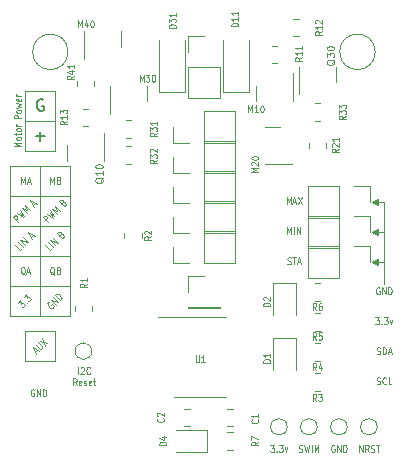
<source format=gbr>
G04 #@! TF.GenerationSoftware,KiCad,Pcbnew,(7.0.0)*
G04 #@! TF.CreationDate,2023-04-26T14:40:12+01:00*
G04 #@! TF.ProjectId,Tims_I2C_AI_DC_Motor_Driver 2P 2N,54696d73-5f49-4324-935f-41495f44435f,rev?*
G04 #@! TF.SameCoordinates,Original*
G04 #@! TF.FileFunction,Legend,Top*
G04 #@! TF.FilePolarity,Positive*
%FSLAX46Y46*%
G04 Gerber Fmt 4.6, Leading zero omitted, Abs format (unit mm)*
G04 Created by KiCad (PCBNEW (7.0.0)) date 2023-04-26 14:40:12*
%MOMM*%
%LPD*%
G01*
G04 APERTURE LIST*
%ADD10C,0.100000*%
%ADD11C,0.200000*%
%ADD12C,0.120000*%
G04 APERTURE END LIST*
D10*
X134701000Y-102796000D02*
X134701000Y-115496000D01*
X162785000Y-105796000D02*
X163801000Y-105796000D01*
X132161000Y-105336000D02*
X137241000Y-105336000D01*
X133431000Y-116766000D02*
X135971000Y-116766000D01*
X135971000Y-116766000D02*
X135971000Y-119306000D01*
X135971000Y-119306000D02*
X133431000Y-119306000D01*
X133431000Y-119306000D02*
X133431000Y-116766000D01*
G36*
X163293000Y-106050000D02*
G01*
X162785000Y-105796000D01*
X163293000Y-105542000D01*
X163293000Y-106050000D01*
G37*
X163293000Y-106050000D02*
X162785000Y-105796000D01*
X163293000Y-105542000D01*
X163293000Y-106050000D01*
X162785000Y-108336000D02*
X163801000Y-108336000D01*
X133431000Y-98986000D02*
X135971000Y-98986000D01*
X163061000Y-93096000D02*
G75*
G03*
X163061000Y-93096000I-1500000J0D01*
G01*
G36*
X163293000Y-108590000D02*
G01*
X162785000Y-108336000D01*
X163293000Y-108082000D01*
X163293000Y-108590000D01*
G37*
X163293000Y-108590000D02*
X162785000Y-108336000D01*
X163293000Y-108082000D01*
X163293000Y-108590000D01*
G36*
X163293000Y-111130000D02*
G01*
X162785000Y-110876000D01*
X163293000Y-110622000D01*
X163293000Y-111130000D01*
G37*
X163293000Y-111130000D02*
X162785000Y-110876000D01*
X163293000Y-110622000D01*
X163293000Y-111130000D01*
X133431000Y-96446000D02*
X135971000Y-96446000D01*
X135971000Y-96446000D02*
X135971000Y-101526000D01*
X135971000Y-101526000D02*
X133431000Y-101526000D01*
X133431000Y-101526000D02*
X133431000Y-96446000D01*
X132161000Y-107876000D02*
X137241000Y-107876000D01*
X132161000Y-110416000D02*
X137241000Y-110416000D01*
X132161000Y-102796000D02*
X137241000Y-102796000D01*
X137241000Y-102796000D02*
X137241000Y-115496000D01*
X137241000Y-115496000D02*
X132161000Y-115496000D01*
X132161000Y-115496000D02*
X132161000Y-102796000D01*
X162785000Y-110876000D02*
X163801000Y-110876000D01*
X163801000Y-105796000D02*
X163801000Y-112781000D01*
X137061000Y-93096000D02*
G75*
G03*
X137061000Y-93096000I-1500000J0D01*
G01*
X132161000Y-112956000D02*
X137241000Y-112956000D01*
X137912905Y-120370428D02*
X137912905Y-119770428D01*
X138127191Y-119827571D02*
X138151000Y-119799000D01*
X138151000Y-119799000D02*
X138198619Y-119770428D01*
X138198619Y-119770428D02*
X138317667Y-119770428D01*
X138317667Y-119770428D02*
X138365286Y-119799000D01*
X138365286Y-119799000D02*
X138389095Y-119827571D01*
X138389095Y-119827571D02*
X138412905Y-119884714D01*
X138412905Y-119884714D02*
X138412905Y-119941857D01*
X138412905Y-119941857D02*
X138389095Y-120027571D01*
X138389095Y-120027571D02*
X138103381Y-120370428D01*
X138103381Y-120370428D02*
X138412905Y-120370428D01*
X138912904Y-120313285D02*
X138889095Y-120341857D01*
X138889095Y-120341857D02*
X138817666Y-120370428D01*
X138817666Y-120370428D02*
X138770047Y-120370428D01*
X138770047Y-120370428D02*
X138698619Y-120341857D01*
X138698619Y-120341857D02*
X138651000Y-120284714D01*
X138651000Y-120284714D02*
X138627190Y-120227571D01*
X138627190Y-120227571D02*
X138603381Y-120113285D01*
X138603381Y-120113285D02*
X138603381Y-120027571D01*
X138603381Y-120027571D02*
X138627190Y-119913285D01*
X138627190Y-119913285D02*
X138651000Y-119856142D01*
X138651000Y-119856142D02*
X138698619Y-119799000D01*
X138698619Y-119799000D02*
X138770047Y-119770428D01*
X138770047Y-119770428D02*
X138817666Y-119770428D01*
X138817666Y-119770428D02*
X138889095Y-119799000D01*
X138889095Y-119799000D02*
X138912904Y-119827571D01*
X137781952Y-121342428D02*
X137615286Y-121056714D01*
X137496238Y-121342428D02*
X137496238Y-120742428D01*
X137496238Y-120742428D02*
X137686714Y-120742428D01*
X137686714Y-120742428D02*
X137734333Y-120771000D01*
X137734333Y-120771000D02*
X137758143Y-120799571D01*
X137758143Y-120799571D02*
X137781952Y-120856714D01*
X137781952Y-120856714D02*
X137781952Y-120942428D01*
X137781952Y-120942428D02*
X137758143Y-120999571D01*
X137758143Y-120999571D02*
X137734333Y-121028142D01*
X137734333Y-121028142D02*
X137686714Y-121056714D01*
X137686714Y-121056714D02*
X137496238Y-121056714D01*
X138186714Y-121313857D02*
X138139095Y-121342428D01*
X138139095Y-121342428D02*
X138043857Y-121342428D01*
X138043857Y-121342428D02*
X137996238Y-121313857D01*
X137996238Y-121313857D02*
X137972429Y-121256714D01*
X137972429Y-121256714D02*
X137972429Y-121028142D01*
X137972429Y-121028142D02*
X137996238Y-120971000D01*
X137996238Y-120971000D02*
X138043857Y-120942428D01*
X138043857Y-120942428D02*
X138139095Y-120942428D01*
X138139095Y-120942428D02*
X138186714Y-120971000D01*
X138186714Y-120971000D02*
X138210524Y-121028142D01*
X138210524Y-121028142D02*
X138210524Y-121085285D01*
X138210524Y-121085285D02*
X137972429Y-121142428D01*
X138401000Y-121313857D02*
X138448619Y-121342428D01*
X138448619Y-121342428D02*
X138543857Y-121342428D01*
X138543857Y-121342428D02*
X138591476Y-121313857D01*
X138591476Y-121313857D02*
X138615285Y-121256714D01*
X138615285Y-121256714D02*
X138615285Y-121228142D01*
X138615285Y-121228142D02*
X138591476Y-121171000D01*
X138591476Y-121171000D02*
X138543857Y-121142428D01*
X138543857Y-121142428D02*
X138472428Y-121142428D01*
X138472428Y-121142428D02*
X138424809Y-121113857D01*
X138424809Y-121113857D02*
X138401000Y-121056714D01*
X138401000Y-121056714D02*
X138401000Y-121028142D01*
X138401000Y-121028142D02*
X138424809Y-120971000D01*
X138424809Y-120971000D02*
X138472428Y-120942428D01*
X138472428Y-120942428D02*
X138543857Y-120942428D01*
X138543857Y-120942428D02*
X138591476Y-120971000D01*
X139020047Y-121313857D02*
X138972428Y-121342428D01*
X138972428Y-121342428D02*
X138877190Y-121342428D01*
X138877190Y-121342428D02*
X138829571Y-121313857D01*
X138829571Y-121313857D02*
X138805762Y-121256714D01*
X138805762Y-121256714D02*
X138805762Y-121028142D01*
X138805762Y-121028142D02*
X138829571Y-120971000D01*
X138829571Y-120971000D02*
X138877190Y-120942428D01*
X138877190Y-120942428D02*
X138972428Y-120942428D01*
X138972428Y-120942428D02*
X139020047Y-120971000D01*
X139020047Y-120971000D02*
X139043857Y-121028142D01*
X139043857Y-121028142D02*
X139043857Y-121085285D01*
X139043857Y-121085285D02*
X138805762Y-121142428D01*
X139186714Y-120942428D02*
X139377190Y-120942428D01*
X139258142Y-120742428D02*
X139258142Y-121256714D01*
X139258142Y-121256714D02*
X139281952Y-121313857D01*
X139281952Y-121313857D02*
X139329571Y-121342428D01*
X139329571Y-121342428D02*
X139377190Y-121342428D01*
D11*
X134962904Y-97131000D02*
X134867666Y-97083380D01*
X134867666Y-97083380D02*
X134724809Y-97083380D01*
X134724809Y-97083380D02*
X134581952Y-97131000D01*
X134581952Y-97131000D02*
X134486714Y-97226238D01*
X134486714Y-97226238D02*
X134439095Y-97321476D01*
X134439095Y-97321476D02*
X134391476Y-97511952D01*
X134391476Y-97511952D02*
X134391476Y-97654809D01*
X134391476Y-97654809D02*
X134439095Y-97845285D01*
X134439095Y-97845285D02*
X134486714Y-97940523D01*
X134486714Y-97940523D02*
X134581952Y-98035761D01*
X134581952Y-98035761D02*
X134724809Y-98083380D01*
X134724809Y-98083380D02*
X134820047Y-98083380D01*
X134820047Y-98083380D02*
X134962904Y-98035761D01*
X134962904Y-98035761D02*
X135010523Y-97988142D01*
X135010523Y-97988142D02*
X135010523Y-97654809D01*
X135010523Y-97654809D02*
X134820047Y-97654809D01*
D10*
X163420047Y-113065000D02*
X163372428Y-113036428D01*
X163372428Y-113036428D02*
X163300999Y-113036428D01*
X163300999Y-113036428D02*
X163229571Y-113065000D01*
X163229571Y-113065000D02*
X163181952Y-113122142D01*
X163181952Y-113122142D02*
X163158142Y-113179285D01*
X163158142Y-113179285D02*
X163134333Y-113293571D01*
X163134333Y-113293571D02*
X163134333Y-113379285D01*
X163134333Y-113379285D02*
X163158142Y-113493571D01*
X163158142Y-113493571D02*
X163181952Y-113550714D01*
X163181952Y-113550714D02*
X163229571Y-113607857D01*
X163229571Y-113607857D02*
X163300999Y-113636428D01*
X163300999Y-113636428D02*
X163348618Y-113636428D01*
X163348618Y-113636428D02*
X163420047Y-113607857D01*
X163420047Y-113607857D02*
X163443856Y-113579285D01*
X163443856Y-113579285D02*
X163443856Y-113379285D01*
X163443856Y-113379285D02*
X163348618Y-113379285D01*
X163658142Y-113636428D02*
X163658142Y-113036428D01*
X163658142Y-113036428D02*
X163943856Y-113636428D01*
X163943856Y-113636428D02*
X163943856Y-113036428D01*
X164181952Y-113636428D02*
X164181952Y-113036428D01*
X164181952Y-113036428D02*
X164301000Y-113036428D01*
X164301000Y-113036428D02*
X164372428Y-113065000D01*
X164372428Y-113065000D02*
X164420047Y-113122142D01*
X164420047Y-113122142D02*
X164443857Y-113179285D01*
X164443857Y-113179285D02*
X164467666Y-113293571D01*
X164467666Y-113293571D02*
X164467666Y-113379285D01*
X164467666Y-113379285D02*
X164443857Y-113493571D01*
X164443857Y-113493571D02*
X164420047Y-113550714D01*
X164420047Y-113550714D02*
X164372428Y-113607857D01*
X164372428Y-113607857D02*
X164301000Y-113636428D01*
X164301000Y-113636428D02*
X164181952Y-113636428D01*
X161709571Y-126971428D02*
X161709571Y-126371428D01*
X161709571Y-126371428D02*
X161995285Y-126971428D01*
X161995285Y-126971428D02*
X161995285Y-126371428D01*
X162519095Y-126971428D02*
X162352429Y-126685714D01*
X162233381Y-126971428D02*
X162233381Y-126371428D01*
X162233381Y-126371428D02*
X162423857Y-126371428D01*
X162423857Y-126371428D02*
X162471476Y-126400000D01*
X162471476Y-126400000D02*
X162495286Y-126428571D01*
X162495286Y-126428571D02*
X162519095Y-126485714D01*
X162519095Y-126485714D02*
X162519095Y-126571428D01*
X162519095Y-126571428D02*
X162495286Y-126628571D01*
X162495286Y-126628571D02*
X162471476Y-126657142D01*
X162471476Y-126657142D02*
X162423857Y-126685714D01*
X162423857Y-126685714D02*
X162233381Y-126685714D01*
X162709572Y-126942857D02*
X162781000Y-126971428D01*
X162781000Y-126971428D02*
X162900048Y-126971428D01*
X162900048Y-126971428D02*
X162947667Y-126942857D01*
X162947667Y-126942857D02*
X162971476Y-126914285D01*
X162971476Y-126914285D02*
X162995286Y-126857142D01*
X162995286Y-126857142D02*
X162995286Y-126800000D01*
X162995286Y-126800000D02*
X162971476Y-126742857D01*
X162971476Y-126742857D02*
X162947667Y-126714285D01*
X162947667Y-126714285D02*
X162900048Y-126685714D01*
X162900048Y-126685714D02*
X162804810Y-126657142D01*
X162804810Y-126657142D02*
X162757191Y-126628571D01*
X162757191Y-126628571D02*
X162733381Y-126600000D01*
X162733381Y-126600000D02*
X162709572Y-126542857D01*
X162709572Y-126542857D02*
X162709572Y-126485714D01*
X162709572Y-126485714D02*
X162733381Y-126428571D01*
X162733381Y-126428571D02*
X162757191Y-126400000D01*
X162757191Y-126400000D02*
X162804810Y-126371428D01*
X162804810Y-126371428D02*
X162923857Y-126371428D01*
X162923857Y-126371428D02*
X162995286Y-126400000D01*
X163138143Y-126371428D02*
X163423857Y-126371428D01*
X163281000Y-126971428D02*
X163281000Y-126371428D01*
X132792213Y-114347990D02*
X133011080Y-114129124D01*
X133011080Y-114129124D02*
X133054853Y-114408600D01*
X133054853Y-114408600D02*
X133105361Y-114358092D01*
X133105361Y-114358092D02*
X133159236Y-114344623D01*
X133159236Y-114344623D02*
X133196274Y-114347990D01*
X133196274Y-114347990D02*
X133253516Y-114371561D01*
X133253516Y-114371561D02*
X133354532Y-114472576D01*
X133354532Y-114472576D02*
X133378102Y-114529818D01*
X133378102Y-114529818D02*
X133381469Y-114566857D01*
X133381469Y-114566857D02*
X133368000Y-114620732D01*
X133368000Y-114620732D02*
X133266985Y-114721747D01*
X133266985Y-114721747D02*
X133213110Y-114735216D01*
X133213110Y-114735216D02*
X133176071Y-114731848D01*
X133546460Y-114361459D02*
X133583499Y-114364827D01*
X133583499Y-114364827D02*
X133586866Y-114401866D01*
X133586866Y-114401866D02*
X133549828Y-114398498D01*
X133549828Y-114398498D02*
X133546460Y-114361459D01*
X133546460Y-114361459D02*
X133586866Y-114401866D01*
X133297289Y-113842915D02*
X133516156Y-113624048D01*
X133516156Y-113624048D02*
X133559929Y-113903524D01*
X133559929Y-113903524D02*
X133610437Y-113853016D01*
X133610437Y-113853016D02*
X133664311Y-113839548D01*
X133664311Y-113839548D02*
X133701350Y-113842915D01*
X133701350Y-113842915D02*
X133758592Y-113866485D01*
X133758592Y-113866485D02*
X133859607Y-113967500D01*
X133859607Y-113967500D02*
X133883178Y-114024742D01*
X133883178Y-114024742D02*
X133886545Y-114061781D01*
X133886545Y-114061781D02*
X133873076Y-114115656D01*
X133873076Y-114115656D02*
X133772061Y-114216671D01*
X133772061Y-114216671D02*
X133718186Y-114230140D01*
X133718186Y-114230140D02*
X133681147Y-114226773D01*
X155633382Y-111067857D02*
X155704810Y-111096428D01*
X155704810Y-111096428D02*
X155823858Y-111096428D01*
X155823858Y-111096428D02*
X155871477Y-111067857D01*
X155871477Y-111067857D02*
X155895286Y-111039285D01*
X155895286Y-111039285D02*
X155919096Y-110982142D01*
X155919096Y-110982142D02*
X155919096Y-110925000D01*
X155919096Y-110925000D02*
X155895286Y-110867857D01*
X155895286Y-110867857D02*
X155871477Y-110839285D01*
X155871477Y-110839285D02*
X155823858Y-110810714D01*
X155823858Y-110810714D02*
X155728620Y-110782142D01*
X155728620Y-110782142D02*
X155681001Y-110753571D01*
X155681001Y-110753571D02*
X155657191Y-110725000D01*
X155657191Y-110725000D02*
X155633382Y-110667857D01*
X155633382Y-110667857D02*
X155633382Y-110610714D01*
X155633382Y-110610714D02*
X155657191Y-110553571D01*
X155657191Y-110553571D02*
X155681001Y-110525000D01*
X155681001Y-110525000D02*
X155728620Y-110496428D01*
X155728620Y-110496428D02*
X155847667Y-110496428D01*
X155847667Y-110496428D02*
X155919096Y-110525000D01*
X156061953Y-110496428D02*
X156347667Y-110496428D01*
X156204810Y-111096428D02*
X156204810Y-110496428D01*
X156490524Y-110925000D02*
X156728619Y-110925000D01*
X156442905Y-111096428D02*
X156609571Y-110496428D01*
X156609571Y-110496428D02*
X156776238Y-111096428D01*
X154196715Y-126371428D02*
X154506239Y-126371428D01*
X154506239Y-126371428D02*
X154339572Y-126600000D01*
X154339572Y-126600000D02*
X154411001Y-126600000D01*
X154411001Y-126600000D02*
X154458620Y-126628571D01*
X154458620Y-126628571D02*
X154482429Y-126657142D01*
X154482429Y-126657142D02*
X154506239Y-126714285D01*
X154506239Y-126714285D02*
X154506239Y-126857142D01*
X154506239Y-126857142D02*
X154482429Y-126914285D01*
X154482429Y-126914285D02*
X154458620Y-126942857D01*
X154458620Y-126942857D02*
X154411001Y-126971428D01*
X154411001Y-126971428D02*
X154268144Y-126971428D01*
X154268144Y-126971428D02*
X154220525Y-126942857D01*
X154220525Y-126942857D02*
X154196715Y-126914285D01*
X154720524Y-126914285D02*
X154744334Y-126942857D01*
X154744334Y-126942857D02*
X154720524Y-126971428D01*
X154720524Y-126971428D02*
X154696715Y-126942857D01*
X154696715Y-126942857D02*
X154720524Y-126914285D01*
X154720524Y-126914285D02*
X154720524Y-126971428D01*
X154911000Y-126371428D02*
X155220524Y-126371428D01*
X155220524Y-126371428D02*
X155053857Y-126600000D01*
X155053857Y-126600000D02*
X155125286Y-126600000D01*
X155125286Y-126600000D02*
X155172905Y-126628571D01*
X155172905Y-126628571D02*
X155196714Y-126657142D01*
X155196714Y-126657142D02*
X155220524Y-126714285D01*
X155220524Y-126714285D02*
X155220524Y-126857142D01*
X155220524Y-126857142D02*
X155196714Y-126914285D01*
X155196714Y-126914285D02*
X155172905Y-126942857D01*
X155172905Y-126942857D02*
X155125286Y-126971428D01*
X155125286Y-126971428D02*
X154982429Y-126971428D01*
X154982429Y-126971428D02*
X154934810Y-126942857D01*
X154934810Y-126942857D02*
X154911000Y-126914285D01*
X155387190Y-126571428D02*
X155506238Y-126971428D01*
X155506238Y-126971428D02*
X155625285Y-126571428D01*
X135684083Y-109744649D02*
X135515724Y-109913008D01*
X135515724Y-109913008D02*
X135091460Y-109488744D01*
X135801934Y-109626798D02*
X135377670Y-109202534D01*
X135970293Y-109458440D02*
X135546028Y-109034175D01*
X135546028Y-109034175D02*
X136172323Y-109256409D01*
X136172323Y-109256409D02*
X135748059Y-108832145D01*
X136448432Y-108535833D02*
X136519142Y-108505529D01*
X136519142Y-108505529D02*
X136556181Y-108508896D01*
X136556181Y-108508896D02*
X136613423Y-108532466D01*
X136613423Y-108532466D02*
X136674032Y-108593075D01*
X136674032Y-108593075D02*
X136697603Y-108650317D01*
X136697603Y-108650317D02*
X136700970Y-108687356D01*
X136700970Y-108687356D02*
X136687501Y-108741231D01*
X136687501Y-108741231D02*
X136552814Y-108875918D01*
X136552814Y-108875918D02*
X136128550Y-108451654D01*
X136128550Y-108451654D02*
X136246401Y-108333803D01*
X136246401Y-108333803D02*
X136300276Y-108320334D01*
X136300276Y-108320334D02*
X136337315Y-108323701D01*
X136337315Y-108323701D02*
X136394557Y-108347271D01*
X136394557Y-108347271D02*
X136434963Y-108387678D01*
X136434963Y-108387678D02*
X136458533Y-108444919D01*
X136458533Y-108444919D02*
X136461900Y-108481958D01*
X136461900Y-108481958D02*
X136448432Y-108535833D01*
X136448432Y-108535833D02*
X136330581Y-108653684D01*
X163193858Y-118687857D02*
X163265286Y-118716428D01*
X163265286Y-118716428D02*
X163384334Y-118716428D01*
X163384334Y-118716428D02*
X163431953Y-118687857D01*
X163431953Y-118687857D02*
X163455762Y-118659285D01*
X163455762Y-118659285D02*
X163479572Y-118602142D01*
X163479572Y-118602142D02*
X163479572Y-118545000D01*
X163479572Y-118545000D02*
X163455762Y-118487857D01*
X163455762Y-118487857D02*
X163431953Y-118459285D01*
X163431953Y-118459285D02*
X163384334Y-118430714D01*
X163384334Y-118430714D02*
X163289096Y-118402142D01*
X163289096Y-118402142D02*
X163241477Y-118373571D01*
X163241477Y-118373571D02*
X163217667Y-118345000D01*
X163217667Y-118345000D02*
X163193858Y-118287857D01*
X163193858Y-118287857D02*
X163193858Y-118230714D01*
X163193858Y-118230714D02*
X163217667Y-118173571D01*
X163217667Y-118173571D02*
X163241477Y-118145000D01*
X163241477Y-118145000D02*
X163289096Y-118116428D01*
X163289096Y-118116428D02*
X163408143Y-118116428D01*
X163408143Y-118116428D02*
X163479572Y-118145000D01*
X163693857Y-118716428D02*
X163693857Y-118116428D01*
X163693857Y-118116428D02*
X163812905Y-118116428D01*
X163812905Y-118116428D02*
X163884333Y-118145000D01*
X163884333Y-118145000D02*
X163931952Y-118202142D01*
X163931952Y-118202142D02*
X163955762Y-118259285D01*
X163955762Y-118259285D02*
X163979571Y-118373571D01*
X163979571Y-118373571D02*
X163979571Y-118459285D01*
X163979571Y-118459285D02*
X163955762Y-118573571D01*
X163955762Y-118573571D02*
X163931952Y-118630714D01*
X163931952Y-118630714D02*
X163884333Y-118687857D01*
X163884333Y-118687857D02*
X163812905Y-118716428D01*
X163812905Y-118716428D02*
X163693857Y-118716428D01*
X164170048Y-118545000D02*
X164408143Y-118545000D01*
X164122429Y-118716428D02*
X164289095Y-118116428D01*
X164289095Y-118116428D02*
X164455762Y-118716428D01*
X163205762Y-121227857D02*
X163277190Y-121256428D01*
X163277190Y-121256428D02*
X163396238Y-121256428D01*
X163396238Y-121256428D02*
X163443857Y-121227857D01*
X163443857Y-121227857D02*
X163467666Y-121199285D01*
X163467666Y-121199285D02*
X163491476Y-121142142D01*
X163491476Y-121142142D02*
X163491476Y-121085000D01*
X163491476Y-121085000D02*
X163467666Y-121027857D01*
X163467666Y-121027857D02*
X163443857Y-120999285D01*
X163443857Y-120999285D02*
X163396238Y-120970714D01*
X163396238Y-120970714D02*
X163301000Y-120942142D01*
X163301000Y-120942142D02*
X163253381Y-120913571D01*
X163253381Y-120913571D02*
X163229571Y-120885000D01*
X163229571Y-120885000D02*
X163205762Y-120827857D01*
X163205762Y-120827857D02*
X163205762Y-120770714D01*
X163205762Y-120770714D02*
X163229571Y-120713571D01*
X163229571Y-120713571D02*
X163253381Y-120685000D01*
X163253381Y-120685000D02*
X163301000Y-120656428D01*
X163301000Y-120656428D02*
X163420047Y-120656428D01*
X163420047Y-120656428D02*
X163491476Y-120685000D01*
X163991475Y-121199285D02*
X163967666Y-121227857D01*
X163967666Y-121227857D02*
X163896237Y-121256428D01*
X163896237Y-121256428D02*
X163848618Y-121256428D01*
X163848618Y-121256428D02*
X163777190Y-121227857D01*
X163777190Y-121227857D02*
X163729571Y-121170714D01*
X163729571Y-121170714D02*
X163705761Y-121113571D01*
X163705761Y-121113571D02*
X163681952Y-120999285D01*
X163681952Y-120999285D02*
X163681952Y-120913571D01*
X163681952Y-120913571D02*
X163705761Y-120799285D01*
X163705761Y-120799285D02*
X163729571Y-120742142D01*
X163729571Y-120742142D02*
X163777190Y-120685000D01*
X163777190Y-120685000D02*
X163848618Y-120656428D01*
X163848618Y-120656428D02*
X163896237Y-120656428D01*
X163896237Y-120656428D02*
X163967666Y-120685000D01*
X163967666Y-120685000D02*
X163991475Y-120713571D01*
X164443856Y-121256428D02*
X164205761Y-121256428D01*
X164205761Y-121256428D02*
X164205761Y-120656428D01*
X133050047Y-104286428D02*
X133050047Y-103686428D01*
X133050047Y-103686428D02*
X133216714Y-104115000D01*
X133216714Y-104115000D02*
X133383380Y-103686428D01*
X133383380Y-103686428D02*
X133383380Y-104286428D01*
X133597667Y-104115000D02*
X133835762Y-104115000D01*
X133550048Y-104286428D02*
X133716714Y-103686428D01*
X133716714Y-103686428D02*
X133883381Y-104286428D01*
X133407190Y-111963571D02*
X133359571Y-111935000D01*
X133359571Y-111935000D02*
X133311952Y-111877857D01*
X133311952Y-111877857D02*
X133240524Y-111792142D01*
X133240524Y-111792142D02*
X133192905Y-111763571D01*
X133192905Y-111763571D02*
X133145286Y-111763571D01*
X133169095Y-111906428D02*
X133121476Y-111877857D01*
X133121476Y-111877857D02*
X133073857Y-111820714D01*
X133073857Y-111820714D02*
X133050048Y-111706428D01*
X133050048Y-111706428D02*
X133050048Y-111506428D01*
X133050048Y-111506428D02*
X133073857Y-111392142D01*
X133073857Y-111392142D02*
X133121476Y-111335000D01*
X133121476Y-111335000D02*
X133169095Y-111306428D01*
X133169095Y-111306428D02*
X133264333Y-111306428D01*
X133264333Y-111306428D02*
X133311952Y-111335000D01*
X133311952Y-111335000D02*
X133359571Y-111392142D01*
X133359571Y-111392142D02*
X133383381Y-111506428D01*
X133383381Y-111506428D02*
X133383381Y-111706428D01*
X133383381Y-111706428D02*
X133359571Y-111820714D01*
X133359571Y-111820714D02*
X133311952Y-111877857D01*
X133311952Y-111877857D02*
X133264333Y-111906428D01*
X133264333Y-111906428D02*
X133169095Y-111906428D01*
X133573858Y-111735000D02*
X133811953Y-111735000D01*
X133526239Y-111906428D02*
X133692905Y-111306428D01*
X133692905Y-111306428D02*
X133859572Y-111906428D01*
X133091428Y-101109809D02*
X132491428Y-101109809D01*
X132491428Y-101109809D02*
X132920000Y-100943142D01*
X132920000Y-100943142D02*
X132491428Y-100776476D01*
X132491428Y-100776476D02*
X133091428Y-100776476D01*
X133091428Y-100466951D02*
X133062857Y-100514570D01*
X133062857Y-100514570D02*
X133034285Y-100538380D01*
X133034285Y-100538380D02*
X132977142Y-100562189D01*
X132977142Y-100562189D02*
X132805714Y-100562189D01*
X132805714Y-100562189D02*
X132748571Y-100538380D01*
X132748571Y-100538380D02*
X132720000Y-100514570D01*
X132720000Y-100514570D02*
X132691428Y-100466951D01*
X132691428Y-100466951D02*
X132691428Y-100395523D01*
X132691428Y-100395523D02*
X132720000Y-100347904D01*
X132720000Y-100347904D02*
X132748571Y-100324094D01*
X132748571Y-100324094D02*
X132805714Y-100300285D01*
X132805714Y-100300285D02*
X132977142Y-100300285D01*
X132977142Y-100300285D02*
X133034285Y-100324094D01*
X133034285Y-100324094D02*
X133062857Y-100347904D01*
X133062857Y-100347904D02*
X133091428Y-100395523D01*
X133091428Y-100395523D02*
X133091428Y-100466951D01*
X132691428Y-100157427D02*
X132691428Y-99966951D01*
X132491428Y-100085999D02*
X133005714Y-100085999D01*
X133005714Y-100085999D02*
X133062857Y-100062189D01*
X133062857Y-100062189D02*
X133091428Y-100014570D01*
X133091428Y-100014570D02*
X133091428Y-99966951D01*
X133091428Y-99728856D02*
X133062857Y-99776475D01*
X133062857Y-99776475D02*
X133034285Y-99800285D01*
X133034285Y-99800285D02*
X132977142Y-99824094D01*
X132977142Y-99824094D02*
X132805714Y-99824094D01*
X132805714Y-99824094D02*
X132748571Y-99800285D01*
X132748571Y-99800285D02*
X132720000Y-99776475D01*
X132720000Y-99776475D02*
X132691428Y-99728856D01*
X132691428Y-99728856D02*
X132691428Y-99657428D01*
X132691428Y-99657428D02*
X132720000Y-99609809D01*
X132720000Y-99609809D02*
X132748571Y-99585999D01*
X132748571Y-99585999D02*
X132805714Y-99562190D01*
X132805714Y-99562190D02*
X132977142Y-99562190D01*
X132977142Y-99562190D02*
X133034285Y-99585999D01*
X133034285Y-99585999D02*
X133062857Y-99609809D01*
X133062857Y-99609809D02*
X133091428Y-99657428D01*
X133091428Y-99657428D02*
X133091428Y-99728856D01*
X133091428Y-99347904D02*
X132691428Y-99347904D01*
X132805714Y-99347904D02*
X132748571Y-99324094D01*
X132748571Y-99324094D02*
X132720000Y-99300285D01*
X132720000Y-99300285D02*
X132691428Y-99252666D01*
X132691428Y-99252666D02*
X132691428Y-99205047D01*
X133091428Y-98738380D02*
X132491428Y-98738380D01*
X132491428Y-98738380D02*
X132491428Y-98547904D01*
X132491428Y-98547904D02*
X132520000Y-98500285D01*
X132520000Y-98500285D02*
X132548571Y-98476475D01*
X132548571Y-98476475D02*
X132605714Y-98452666D01*
X132605714Y-98452666D02*
X132691428Y-98452666D01*
X132691428Y-98452666D02*
X132748571Y-98476475D01*
X132748571Y-98476475D02*
X132777142Y-98500285D01*
X132777142Y-98500285D02*
X132805714Y-98547904D01*
X132805714Y-98547904D02*
X132805714Y-98738380D01*
X133091428Y-98166951D02*
X133062857Y-98214570D01*
X133062857Y-98214570D02*
X133034285Y-98238380D01*
X133034285Y-98238380D02*
X132977142Y-98262189D01*
X132977142Y-98262189D02*
X132805714Y-98262189D01*
X132805714Y-98262189D02*
X132748571Y-98238380D01*
X132748571Y-98238380D02*
X132720000Y-98214570D01*
X132720000Y-98214570D02*
X132691428Y-98166951D01*
X132691428Y-98166951D02*
X132691428Y-98095523D01*
X132691428Y-98095523D02*
X132720000Y-98047904D01*
X132720000Y-98047904D02*
X132748571Y-98024094D01*
X132748571Y-98024094D02*
X132805714Y-98000285D01*
X132805714Y-98000285D02*
X132977142Y-98000285D01*
X132977142Y-98000285D02*
X133034285Y-98024094D01*
X133034285Y-98024094D02*
X133062857Y-98047904D01*
X133062857Y-98047904D02*
X133091428Y-98095523D01*
X133091428Y-98095523D02*
X133091428Y-98166951D01*
X132691428Y-97833618D02*
X133091428Y-97738380D01*
X133091428Y-97738380D02*
X132805714Y-97643142D01*
X132805714Y-97643142D02*
X133091428Y-97547904D01*
X133091428Y-97547904D02*
X132691428Y-97452666D01*
X133062857Y-97071713D02*
X133091428Y-97119332D01*
X133091428Y-97119332D02*
X133091428Y-97214570D01*
X133091428Y-97214570D02*
X133062857Y-97262189D01*
X133062857Y-97262189D02*
X133005714Y-97285998D01*
X133005714Y-97285998D02*
X132777142Y-97285998D01*
X132777142Y-97285998D02*
X132720000Y-97262189D01*
X132720000Y-97262189D02*
X132691428Y-97214570D01*
X132691428Y-97214570D02*
X132691428Y-97119332D01*
X132691428Y-97119332D02*
X132720000Y-97071713D01*
X132720000Y-97071713D02*
X132777142Y-97047903D01*
X132777142Y-97047903D02*
X132834285Y-97047903D01*
X132834285Y-97047903D02*
X132891428Y-97285998D01*
X133091428Y-96833618D02*
X132691428Y-96833618D01*
X132805714Y-96833618D02*
X132748571Y-96809808D01*
X132748571Y-96809808D02*
X132720000Y-96785999D01*
X132720000Y-96785999D02*
X132691428Y-96738380D01*
X132691428Y-96738380D02*
X132691428Y-96690761D01*
X163086715Y-115576428D02*
X163396239Y-115576428D01*
X163396239Y-115576428D02*
X163229572Y-115805000D01*
X163229572Y-115805000D02*
X163301001Y-115805000D01*
X163301001Y-115805000D02*
X163348620Y-115833571D01*
X163348620Y-115833571D02*
X163372429Y-115862142D01*
X163372429Y-115862142D02*
X163396239Y-115919285D01*
X163396239Y-115919285D02*
X163396239Y-116062142D01*
X163396239Y-116062142D02*
X163372429Y-116119285D01*
X163372429Y-116119285D02*
X163348620Y-116147857D01*
X163348620Y-116147857D02*
X163301001Y-116176428D01*
X163301001Y-116176428D02*
X163158144Y-116176428D01*
X163158144Y-116176428D02*
X163110525Y-116147857D01*
X163110525Y-116147857D02*
X163086715Y-116119285D01*
X163610524Y-116119285D02*
X163634334Y-116147857D01*
X163634334Y-116147857D02*
X163610524Y-116176428D01*
X163610524Y-116176428D02*
X163586715Y-116147857D01*
X163586715Y-116147857D02*
X163610524Y-116119285D01*
X163610524Y-116119285D02*
X163610524Y-116176428D01*
X163801000Y-115576428D02*
X164110524Y-115576428D01*
X164110524Y-115576428D02*
X163943857Y-115805000D01*
X163943857Y-115805000D02*
X164015286Y-115805000D01*
X164015286Y-115805000D02*
X164062905Y-115833571D01*
X164062905Y-115833571D02*
X164086714Y-115862142D01*
X164086714Y-115862142D02*
X164110524Y-115919285D01*
X164110524Y-115919285D02*
X164110524Y-116062142D01*
X164110524Y-116062142D02*
X164086714Y-116119285D01*
X164086714Y-116119285D02*
X164062905Y-116147857D01*
X164062905Y-116147857D02*
X164015286Y-116176428D01*
X164015286Y-116176428D02*
X163872429Y-116176428D01*
X163872429Y-116176428D02*
X163824810Y-116147857D01*
X163824810Y-116147857D02*
X163801000Y-116119285D01*
X164277190Y-115776428D02*
X164396238Y-116176428D01*
X164396238Y-116176428D02*
X164515285Y-115776428D01*
X134297915Y-118508380D02*
X134466274Y-118340021D01*
X134385462Y-118663270D02*
X134079049Y-118121155D01*
X134079049Y-118121155D02*
X134621164Y-118427568D01*
X134314751Y-117885453D02*
X134658203Y-118228905D01*
X134658203Y-118228905D02*
X134715445Y-118252475D01*
X134715445Y-118252475D02*
X134752484Y-118255842D01*
X134752484Y-118255842D02*
X134806359Y-118242373D01*
X134806359Y-118242373D02*
X134873702Y-118175030D01*
X134873702Y-118175030D02*
X134887171Y-118121155D01*
X134887171Y-118121155D02*
X134883804Y-118084116D01*
X134883804Y-118084116D02*
X134860233Y-118026874D01*
X134860233Y-118026874D02*
X134516782Y-117683422D01*
X134651469Y-117548735D02*
X135311435Y-117737297D01*
X134887171Y-117313033D02*
X135075733Y-117972999D01*
D11*
X134320048Y-100242428D02*
X135081953Y-100242428D01*
X134701000Y-100623380D02*
X134701000Y-99861476D01*
D10*
X134180047Y-121685000D02*
X134132428Y-121656428D01*
X134132428Y-121656428D02*
X134060999Y-121656428D01*
X134060999Y-121656428D02*
X133989571Y-121685000D01*
X133989571Y-121685000D02*
X133941952Y-121742142D01*
X133941952Y-121742142D02*
X133918142Y-121799285D01*
X133918142Y-121799285D02*
X133894333Y-121913571D01*
X133894333Y-121913571D02*
X133894333Y-121999285D01*
X133894333Y-121999285D02*
X133918142Y-122113571D01*
X133918142Y-122113571D02*
X133941952Y-122170714D01*
X133941952Y-122170714D02*
X133989571Y-122227857D01*
X133989571Y-122227857D02*
X134060999Y-122256428D01*
X134060999Y-122256428D02*
X134108618Y-122256428D01*
X134108618Y-122256428D02*
X134180047Y-122227857D01*
X134180047Y-122227857D02*
X134203856Y-122199285D01*
X134203856Y-122199285D02*
X134203856Y-121999285D01*
X134203856Y-121999285D02*
X134108618Y-121999285D01*
X134418142Y-122256428D02*
X134418142Y-121656428D01*
X134418142Y-121656428D02*
X134703856Y-122256428D01*
X134703856Y-122256428D02*
X134703856Y-121656428D01*
X134941952Y-122256428D02*
X134941952Y-121656428D01*
X134941952Y-121656428D02*
X135061000Y-121656428D01*
X135061000Y-121656428D02*
X135132428Y-121685000D01*
X135132428Y-121685000D02*
X135180047Y-121742142D01*
X135180047Y-121742142D02*
X135203857Y-121799285D01*
X135203857Y-121799285D02*
X135227666Y-121913571D01*
X135227666Y-121913571D02*
X135227666Y-121999285D01*
X135227666Y-121999285D02*
X135203857Y-122113571D01*
X135203857Y-122113571D02*
X135180047Y-122170714D01*
X135180047Y-122170714D02*
X135132428Y-122227857D01*
X135132428Y-122227857D02*
X135061000Y-122256428D01*
X135061000Y-122256428D02*
X134941952Y-122256428D01*
X135453431Y-114267179D02*
X135399556Y-114280648D01*
X135399556Y-114280648D02*
X135349048Y-114331156D01*
X135349048Y-114331156D02*
X135318744Y-114401866D01*
X135318744Y-114401866D02*
X135325478Y-114475944D01*
X135325478Y-114475944D02*
X135349048Y-114533186D01*
X135349048Y-114533186D02*
X135413025Y-114630834D01*
X135413025Y-114630834D02*
X135473634Y-114691443D01*
X135473634Y-114691443D02*
X135571282Y-114755420D01*
X135571282Y-114755420D02*
X135628524Y-114778990D01*
X135628524Y-114778990D02*
X135702602Y-114785724D01*
X135702602Y-114785724D02*
X135773312Y-114755420D01*
X135773312Y-114755420D02*
X135806984Y-114721748D01*
X135806984Y-114721748D02*
X135837289Y-114651037D01*
X135837289Y-114651037D02*
X135833922Y-114613998D01*
X135833922Y-114613998D02*
X135692500Y-114472577D01*
X135692500Y-114472577D02*
X135625157Y-114539920D01*
X136025851Y-114502881D02*
X135601587Y-114078617D01*
X135601587Y-114078617D02*
X136227881Y-114300851D01*
X136227881Y-114300851D02*
X135803617Y-113876587D01*
X136396240Y-114132492D02*
X135971976Y-113708228D01*
X135971976Y-113708228D02*
X136056156Y-113624048D01*
X136056156Y-113624048D02*
X136126866Y-113593744D01*
X136126866Y-113593744D02*
X136200944Y-113600478D01*
X136200944Y-113600478D02*
X136258186Y-113624048D01*
X136258186Y-113624048D02*
X136355834Y-113688025D01*
X136355834Y-113688025D02*
X136416443Y-113748634D01*
X136416443Y-113748634D02*
X136480420Y-113846282D01*
X136480420Y-113846282D02*
X136503990Y-113903524D01*
X136503990Y-113903524D02*
X136510724Y-113977602D01*
X136510724Y-113977602D02*
X136480420Y-114048312D01*
X136480420Y-114048312D02*
X136396240Y-114132492D01*
X135347365Y-107541367D02*
X134923101Y-107117103D01*
X134923101Y-107117103D02*
X135057788Y-106982416D01*
X135057788Y-106982416D02*
X135111662Y-106968948D01*
X135111662Y-106968948D02*
X135148701Y-106972315D01*
X135148701Y-106972315D02*
X135205943Y-106995885D01*
X135205943Y-106995885D02*
X135266552Y-107056494D01*
X135266552Y-107056494D02*
X135290123Y-107113736D01*
X135290123Y-107113736D02*
X135293490Y-107150775D01*
X135293490Y-107150775D02*
X135280021Y-107204650D01*
X135280021Y-107204650D02*
X135145334Y-107339337D01*
X135242982Y-106797222D02*
X135751426Y-107137306D01*
X135751426Y-107137306D02*
X135515723Y-106766917D01*
X135515723Y-106766917D02*
X135886113Y-107002619D01*
X135886113Y-107002619D02*
X135546028Y-106494176D01*
X136104979Y-106783753D02*
X135680715Y-106359489D01*
X135680715Y-106359489D02*
X136101612Y-106544683D01*
X136101612Y-106544683D02*
X135916418Y-106123786D01*
X135916418Y-106123786D02*
X136340682Y-106548050D01*
X136616790Y-105827475D02*
X136687501Y-105797170D01*
X136687501Y-105797170D02*
X136724540Y-105800537D01*
X136724540Y-105800537D02*
X136781782Y-105824107D01*
X136781782Y-105824107D02*
X136842391Y-105884717D01*
X136842391Y-105884717D02*
X136865961Y-105941959D01*
X136865961Y-105941959D02*
X136869328Y-105978998D01*
X136869328Y-105978998D02*
X136855860Y-106032872D01*
X136855860Y-106032872D02*
X136721173Y-106167559D01*
X136721173Y-106167559D02*
X136296909Y-105743295D01*
X136296909Y-105743295D02*
X136414760Y-105625444D01*
X136414760Y-105625444D02*
X136468635Y-105611975D01*
X136468635Y-105611975D02*
X136505674Y-105615343D01*
X136505674Y-105615343D02*
X136562916Y-105638913D01*
X136562916Y-105638913D02*
X136603322Y-105679319D01*
X136603322Y-105679319D02*
X136626892Y-105736561D01*
X136626892Y-105736561D02*
X136630259Y-105773600D01*
X136630259Y-105773600D02*
X136616790Y-105827475D01*
X136616790Y-105827475D02*
X136498939Y-105945326D01*
X159610047Y-126400000D02*
X159562428Y-126371428D01*
X159562428Y-126371428D02*
X159490999Y-126371428D01*
X159490999Y-126371428D02*
X159419571Y-126400000D01*
X159419571Y-126400000D02*
X159371952Y-126457142D01*
X159371952Y-126457142D02*
X159348142Y-126514285D01*
X159348142Y-126514285D02*
X159324333Y-126628571D01*
X159324333Y-126628571D02*
X159324333Y-126714285D01*
X159324333Y-126714285D02*
X159348142Y-126828571D01*
X159348142Y-126828571D02*
X159371952Y-126885714D01*
X159371952Y-126885714D02*
X159419571Y-126942857D01*
X159419571Y-126942857D02*
X159490999Y-126971428D01*
X159490999Y-126971428D02*
X159538618Y-126971428D01*
X159538618Y-126971428D02*
X159610047Y-126942857D01*
X159610047Y-126942857D02*
X159633856Y-126914285D01*
X159633856Y-126914285D02*
X159633856Y-126714285D01*
X159633856Y-126714285D02*
X159538618Y-126714285D01*
X159848142Y-126971428D02*
X159848142Y-126371428D01*
X159848142Y-126371428D02*
X160133856Y-126971428D01*
X160133856Y-126971428D02*
X160133856Y-126371428D01*
X160371952Y-126971428D02*
X160371952Y-126371428D01*
X160371952Y-126371428D02*
X160491000Y-126371428D01*
X160491000Y-126371428D02*
X160562428Y-126400000D01*
X160562428Y-126400000D02*
X160610047Y-126457142D01*
X160610047Y-126457142D02*
X160633857Y-126514285D01*
X160633857Y-126514285D02*
X160657666Y-126628571D01*
X160657666Y-126628571D02*
X160657666Y-126714285D01*
X160657666Y-126714285D02*
X160633857Y-126828571D01*
X160633857Y-126828571D02*
X160610047Y-126885714D01*
X160610047Y-126885714D02*
X160562428Y-126942857D01*
X160562428Y-126942857D02*
X160491000Y-126971428D01*
X160491000Y-126971428D02*
X160371952Y-126971428D01*
X156617667Y-126942857D02*
X156689095Y-126971428D01*
X156689095Y-126971428D02*
X156808143Y-126971428D01*
X156808143Y-126971428D02*
X156855762Y-126942857D01*
X156855762Y-126942857D02*
X156879571Y-126914285D01*
X156879571Y-126914285D02*
X156903381Y-126857142D01*
X156903381Y-126857142D02*
X156903381Y-126800000D01*
X156903381Y-126800000D02*
X156879571Y-126742857D01*
X156879571Y-126742857D02*
X156855762Y-126714285D01*
X156855762Y-126714285D02*
X156808143Y-126685714D01*
X156808143Y-126685714D02*
X156712905Y-126657142D01*
X156712905Y-126657142D02*
X156665286Y-126628571D01*
X156665286Y-126628571D02*
X156641476Y-126600000D01*
X156641476Y-126600000D02*
X156617667Y-126542857D01*
X156617667Y-126542857D02*
X156617667Y-126485714D01*
X156617667Y-126485714D02*
X156641476Y-126428571D01*
X156641476Y-126428571D02*
X156665286Y-126400000D01*
X156665286Y-126400000D02*
X156712905Y-126371428D01*
X156712905Y-126371428D02*
X156831952Y-126371428D01*
X156831952Y-126371428D02*
X156903381Y-126400000D01*
X157070047Y-126371428D02*
X157189095Y-126971428D01*
X157189095Y-126971428D02*
X157284333Y-126542857D01*
X157284333Y-126542857D02*
X157379571Y-126971428D01*
X157379571Y-126971428D02*
X157498619Y-126371428D01*
X157689095Y-126971428D02*
X157689095Y-126371428D01*
X157927190Y-126971428D02*
X157927190Y-126371428D01*
X157927190Y-126371428D02*
X158093857Y-126800000D01*
X158093857Y-126800000D02*
X158260523Y-126371428D01*
X158260523Y-126371428D02*
X158260523Y-126971428D01*
X133169336Y-109719396D02*
X133000978Y-109887754D01*
X133000978Y-109887754D02*
X132576714Y-109463490D01*
X133287188Y-109601545D02*
X132862923Y-109177280D01*
X133455546Y-109433186D02*
X133031282Y-109008922D01*
X133031282Y-109008922D02*
X133657577Y-109231155D01*
X133657577Y-109231155D02*
X133233313Y-108806891D01*
X133900014Y-108746282D02*
X134068372Y-108577923D01*
X133987560Y-108901172D02*
X133681147Y-108359057D01*
X133681147Y-108359057D02*
X134223262Y-108665470D01*
X135554333Y-104286428D02*
X135554333Y-103686428D01*
X135554333Y-103686428D02*
X135721000Y-104115000D01*
X135721000Y-104115000D02*
X135887666Y-103686428D01*
X135887666Y-103686428D02*
X135887666Y-104286428D01*
X136292429Y-103972142D02*
X136363857Y-104000714D01*
X136363857Y-104000714D02*
X136387667Y-104029285D01*
X136387667Y-104029285D02*
X136411476Y-104086428D01*
X136411476Y-104086428D02*
X136411476Y-104172142D01*
X136411476Y-104172142D02*
X136387667Y-104229285D01*
X136387667Y-104229285D02*
X136363857Y-104257857D01*
X136363857Y-104257857D02*
X136316238Y-104286428D01*
X136316238Y-104286428D02*
X136125762Y-104286428D01*
X136125762Y-104286428D02*
X136125762Y-103686428D01*
X136125762Y-103686428D02*
X136292429Y-103686428D01*
X136292429Y-103686428D02*
X136340048Y-103715000D01*
X136340048Y-103715000D02*
X136363857Y-103743571D01*
X136363857Y-103743571D02*
X136387667Y-103800714D01*
X136387667Y-103800714D02*
X136387667Y-103857857D01*
X136387667Y-103857857D02*
X136363857Y-103915000D01*
X136363857Y-103915000D02*
X136340048Y-103943571D01*
X136340048Y-103943571D02*
X136292429Y-103972142D01*
X136292429Y-103972142D02*
X136125762Y-103972142D01*
X155633380Y-108556428D02*
X155633380Y-107956428D01*
X155633380Y-107956428D02*
X155800047Y-108385000D01*
X155800047Y-108385000D02*
X155966713Y-107956428D01*
X155966713Y-107956428D02*
X155966713Y-108556428D01*
X156204809Y-108556428D02*
X156204809Y-107956428D01*
X156442904Y-108556428D02*
X156442904Y-107956428D01*
X156442904Y-107956428D02*
X156728618Y-108556428D01*
X156728618Y-108556428D02*
X156728618Y-107956428D01*
X155561952Y-106016428D02*
X155561952Y-105416428D01*
X155561952Y-105416428D02*
X155728619Y-105845000D01*
X155728619Y-105845000D02*
X155895285Y-105416428D01*
X155895285Y-105416428D02*
X155895285Y-106016428D01*
X156109572Y-105845000D02*
X156347667Y-105845000D01*
X156061953Y-106016428D02*
X156228619Y-105416428D01*
X156228619Y-105416428D02*
X156395286Y-106016428D01*
X156514333Y-105416428D02*
X156847666Y-106016428D01*
X156847666Y-105416428D02*
X156514333Y-106016428D01*
X135911475Y-111963571D02*
X135863856Y-111935000D01*
X135863856Y-111935000D02*
X135816237Y-111877857D01*
X135816237Y-111877857D02*
X135744809Y-111792142D01*
X135744809Y-111792142D02*
X135697190Y-111763571D01*
X135697190Y-111763571D02*
X135649571Y-111763571D01*
X135673380Y-111906428D02*
X135625761Y-111877857D01*
X135625761Y-111877857D02*
X135578142Y-111820714D01*
X135578142Y-111820714D02*
X135554333Y-111706428D01*
X135554333Y-111706428D02*
X135554333Y-111506428D01*
X135554333Y-111506428D02*
X135578142Y-111392142D01*
X135578142Y-111392142D02*
X135625761Y-111335000D01*
X135625761Y-111335000D02*
X135673380Y-111306428D01*
X135673380Y-111306428D02*
X135768618Y-111306428D01*
X135768618Y-111306428D02*
X135816237Y-111335000D01*
X135816237Y-111335000D02*
X135863856Y-111392142D01*
X135863856Y-111392142D02*
X135887666Y-111506428D01*
X135887666Y-111506428D02*
X135887666Y-111706428D01*
X135887666Y-111706428D02*
X135863856Y-111820714D01*
X135863856Y-111820714D02*
X135816237Y-111877857D01*
X135816237Y-111877857D02*
X135768618Y-111906428D01*
X135768618Y-111906428D02*
X135673380Y-111906428D01*
X136268619Y-111592142D02*
X136340047Y-111620714D01*
X136340047Y-111620714D02*
X136363857Y-111649285D01*
X136363857Y-111649285D02*
X136387666Y-111706428D01*
X136387666Y-111706428D02*
X136387666Y-111792142D01*
X136387666Y-111792142D02*
X136363857Y-111849285D01*
X136363857Y-111849285D02*
X136340047Y-111877857D01*
X136340047Y-111877857D02*
X136292428Y-111906428D01*
X136292428Y-111906428D02*
X136101952Y-111906428D01*
X136101952Y-111906428D02*
X136101952Y-111306428D01*
X136101952Y-111306428D02*
X136268619Y-111306428D01*
X136268619Y-111306428D02*
X136316238Y-111335000D01*
X136316238Y-111335000D02*
X136340047Y-111363571D01*
X136340047Y-111363571D02*
X136363857Y-111420714D01*
X136363857Y-111420714D02*
X136363857Y-111477857D01*
X136363857Y-111477857D02*
X136340047Y-111535000D01*
X136340047Y-111535000D02*
X136316238Y-111563571D01*
X136316238Y-111563571D02*
X136268619Y-111592142D01*
X136268619Y-111592142D02*
X136101952Y-111592142D01*
X132832619Y-107516113D02*
X132408355Y-107091849D01*
X132408355Y-107091849D02*
X132543042Y-106957162D01*
X132543042Y-106957162D02*
X132596917Y-106943693D01*
X132596917Y-106943693D02*
X132633956Y-106947060D01*
X132633956Y-106947060D02*
X132691198Y-106970631D01*
X132691198Y-106970631D02*
X132751807Y-107031240D01*
X132751807Y-107031240D02*
X132775377Y-107088482D01*
X132775377Y-107088482D02*
X132778744Y-107125521D01*
X132778744Y-107125521D02*
X132765276Y-107179396D01*
X132765276Y-107179396D02*
X132630588Y-107314083D01*
X132728237Y-106771967D02*
X133236680Y-107112052D01*
X133236680Y-107112052D02*
X133000978Y-106741663D01*
X133000978Y-106741663D02*
X133371367Y-106977365D01*
X133371367Y-106977365D02*
X133031282Y-106468922D01*
X133590234Y-106758498D02*
X133165970Y-106334234D01*
X133165970Y-106334234D02*
X133586867Y-106519429D01*
X133586867Y-106519429D02*
X133401672Y-106098532D01*
X133401672Y-106098532D02*
X133825936Y-106522796D01*
X134068373Y-106037923D02*
X134236732Y-105869564D01*
X134155919Y-106192813D02*
X133849507Y-105650697D01*
X133849507Y-105650697D02*
X134391622Y-105957110D01*
X159638571Y-93742856D02*
X159610000Y-93799999D01*
X159610000Y-93799999D02*
X159552857Y-93857142D01*
X159552857Y-93857142D02*
X159467142Y-93942856D01*
X159467142Y-93942856D02*
X159438571Y-93999999D01*
X159438571Y-93999999D02*
X159438571Y-94057142D01*
X159581428Y-94028571D02*
X159552857Y-94085714D01*
X159552857Y-94085714D02*
X159495714Y-94142856D01*
X159495714Y-94142856D02*
X159381428Y-94171428D01*
X159381428Y-94171428D02*
X159181428Y-94171428D01*
X159181428Y-94171428D02*
X159067142Y-94142856D01*
X159067142Y-94142856D02*
X159010000Y-94085714D01*
X159010000Y-94085714D02*
X158981428Y-94028571D01*
X158981428Y-94028571D02*
X158981428Y-93914285D01*
X158981428Y-93914285D02*
X159010000Y-93857142D01*
X159010000Y-93857142D02*
X159067142Y-93799999D01*
X159067142Y-93799999D02*
X159181428Y-93771428D01*
X159181428Y-93771428D02*
X159381428Y-93771428D01*
X159381428Y-93771428D02*
X159495714Y-93799999D01*
X159495714Y-93799999D02*
X159552857Y-93857142D01*
X159552857Y-93857142D02*
X159581428Y-93914285D01*
X159581428Y-93914285D02*
X159581428Y-94028571D01*
X158981428Y-93571428D02*
X158981428Y-93200000D01*
X158981428Y-93200000D02*
X159210000Y-93400000D01*
X159210000Y-93400000D02*
X159210000Y-93314285D01*
X159210000Y-93314285D02*
X159238571Y-93257143D01*
X159238571Y-93257143D02*
X159267142Y-93228571D01*
X159267142Y-93228571D02*
X159324285Y-93200000D01*
X159324285Y-93200000D02*
X159467142Y-93200000D01*
X159467142Y-93200000D02*
X159524285Y-93228571D01*
X159524285Y-93228571D02*
X159552857Y-93257143D01*
X159552857Y-93257143D02*
X159581428Y-93314285D01*
X159581428Y-93314285D02*
X159581428Y-93485714D01*
X159581428Y-93485714D02*
X159552857Y-93542857D01*
X159552857Y-93542857D02*
X159524285Y-93571428D01*
X158981428Y-92828571D02*
X158981428Y-92771428D01*
X158981428Y-92771428D02*
X159010000Y-92714285D01*
X159010000Y-92714285D02*
X159038571Y-92685714D01*
X159038571Y-92685714D02*
X159095714Y-92657142D01*
X159095714Y-92657142D02*
X159210000Y-92628571D01*
X159210000Y-92628571D02*
X159352857Y-92628571D01*
X159352857Y-92628571D02*
X159467142Y-92657142D01*
X159467142Y-92657142D02*
X159524285Y-92685714D01*
X159524285Y-92685714D02*
X159552857Y-92714285D01*
X159552857Y-92714285D02*
X159581428Y-92771428D01*
X159581428Y-92771428D02*
X159581428Y-92828571D01*
X159581428Y-92828571D02*
X159552857Y-92885714D01*
X159552857Y-92885714D02*
X159524285Y-92914285D01*
X159524285Y-92914285D02*
X159467142Y-92942856D01*
X159467142Y-92942856D02*
X159352857Y-92971428D01*
X159352857Y-92971428D02*
X159210000Y-92971428D01*
X159210000Y-92971428D02*
X159095714Y-92942856D01*
X159095714Y-92942856D02*
X159038571Y-92914285D01*
X159038571Y-92914285D02*
X159010000Y-92885714D01*
X159010000Y-92885714D02*
X158981428Y-92828571D01*
X140038571Y-103742856D02*
X140010000Y-103799999D01*
X140010000Y-103799999D02*
X139952857Y-103857142D01*
X139952857Y-103857142D02*
X139867142Y-103942856D01*
X139867142Y-103942856D02*
X139838571Y-103999999D01*
X139838571Y-103999999D02*
X139838571Y-104057142D01*
X139981428Y-104028571D02*
X139952857Y-104085714D01*
X139952857Y-104085714D02*
X139895714Y-104142856D01*
X139895714Y-104142856D02*
X139781428Y-104171428D01*
X139781428Y-104171428D02*
X139581428Y-104171428D01*
X139581428Y-104171428D02*
X139467142Y-104142856D01*
X139467142Y-104142856D02*
X139410000Y-104085714D01*
X139410000Y-104085714D02*
X139381428Y-104028571D01*
X139381428Y-104028571D02*
X139381428Y-103914285D01*
X139381428Y-103914285D02*
X139410000Y-103857142D01*
X139410000Y-103857142D02*
X139467142Y-103799999D01*
X139467142Y-103799999D02*
X139581428Y-103771428D01*
X139581428Y-103771428D02*
X139781428Y-103771428D01*
X139781428Y-103771428D02*
X139895714Y-103799999D01*
X139895714Y-103799999D02*
X139952857Y-103857142D01*
X139952857Y-103857142D02*
X139981428Y-103914285D01*
X139981428Y-103914285D02*
X139981428Y-104028571D01*
X139981428Y-103200000D02*
X139981428Y-103542857D01*
X139981428Y-103371428D02*
X139381428Y-103371428D01*
X139381428Y-103371428D02*
X139467142Y-103428571D01*
X139467142Y-103428571D02*
X139524285Y-103485714D01*
X139524285Y-103485714D02*
X139552857Y-103542857D01*
X139381428Y-102828571D02*
X139381428Y-102771428D01*
X139381428Y-102771428D02*
X139410000Y-102714285D01*
X139410000Y-102714285D02*
X139438571Y-102685714D01*
X139438571Y-102685714D02*
X139495714Y-102657142D01*
X139495714Y-102657142D02*
X139610000Y-102628571D01*
X139610000Y-102628571D02*
X139752857Y-102628571D01*
X139752857Y-102628571D02*
X139867142Y-102657142D01*
X139867142Y-102657142D02*
X139924285Y-102685714D01*
X139924285Y-102685714D02*
X139952857Y-102714285D01*
X139952857Y-102714285D02*
X139981428Y-102771428D01*
X139981428Y-102771428D02*
X139981428Y-102828571D01*
X139981428Y-102828571D02*
X139952857Y-102885714D01*
X139952857Y-102885714D02*
X139924285Y-102914285D01*
X139924285Y-102914285D02*
X139867142Y-102942856D01*
X139867142Y-102942856D02*
X139752857Y-102971428D01*
X139752857Y-102971428D02*
X139610000Y-102971428D01*
X139610000Y-102971428D02*
X139495714Y-102942856D01*
X139495714Y-102942856D02*
X139438571Y-102914285D01*
X139438571Y-102914285D02*
X139410000Y-102885714D01*
X139410000Y-102885714D02*
X139381428Y-102828571D01*
X137918143Y-91020428D02*
X137918143Y-90420428D01*
X137918143Y-90420428D02*
X138084810Y-90849000D01*
X138084810Y-90849000D02*
X138251476Y-90420428D01*
X138251476Y-90420428D02*
X138251476Y-91020428D01*
X138703858Y-90620428D02*
X138703858Y-91020428D01*
X138584810Y-90391857D02*
X138465763Y-90820428D01*
X138465763Y-90820428D02*
X138775286Y-90820428D01*
X139061000Y-90420428D02*
X139108619Y-90420428D01*
X139108619Y-90420428D02*
X139156238Y-90449000D01*
X139156238Y-90449000D02*
X139180048Y-90477571D01*
X139180048Y-90477571D02*
X139203857Y-90534714D01*
X139203857Y-90534714D02*
X139227667Y-90649000D01*
X139227667Y-90649000D02*
X139227667Y-90791857D01*
X139227667Y-90791857D02*
X139203857Y-90906142D01*
X139203857Y-90906142D02*
X139180048Y-90963285D01*
X139180048Y-90963285D02*
X139156238Y-90991857D01*
X139156238Y-90991857D02*
X139108619Y-91020428D01*
X139108619Y-91020428D02*
X139061000Y-91020428D01*
X139061000Y-91020428D02*
X139013381Y-90991857D01*
X139013381Y-90991857D02*
X138989572Y-90963285D01*
X138989572Y-90963285D02*
X138965762Y-90906142D01*
X138965762Y-90906142D02*
X138941953Y-90791857D01*
X138941953Y-90791857D02*
X138941953Y-90649000D01*
X138941953Y-90649000D02*
X138965762Y-90534714D01*
X138965762Y-90534714D02*
X138989572Y-90477571D01*
X138989572Y-90477571D02*
X139013381Y-90449000D01*
X139013381Y-90449000D02*
X139061000Y-90420428D01*
X159981428Y-101321428D02*
X159695714Y-101488094D01*
X159981428Y-101607142D02*
X159381428Y-101607142D01*
X159381428Y-101607142D02*
X159381428Y-101416666D01*
X159381428Y-101416666D02*
X159410000Y-101369047D01*
X159410000Y-101369047D02*
X159438571Y-101345237D01*
X159438571Y-101345237D02*
X159495714Y-101321428D01*
X159495714Y-101321428D02*
X159581428Y-101321428D01*
X159581428Y-101321428D02*
X159638571Y-101345237D01*
X159638571Y-101345237D02*
X159667142Y-101369047D01*
X159667142Y-101369047D02*
X159695714Y-101416666D01*
X159695714Y-101416666D02*
X159695714Y-101607142D01*
X159438571Y-101130951D02*
X159410000Y-101107142D01*
X159410000Y-101107142D02*
X159381428Y-101059523D01*
X159381428Y-101059523D02*
X159381428Y-100940475D01*
X159381428Y-100940475D02*
X159410000Y-100892856D01*
X159410000Y-100892856D02*
X159438571Y-100869047D01*
X159438571Y-100869047D02*
X159495714Y-100845237D01*
X159495714Y-100845237D02*
X159552857Y-100845237D01*
X159552857Y-100845237D02*
X159638571Y-100869047D01*
X159638571Y-100869047D02*
X159981428Y-101154761D01*
X159981428Y-101154761D02*
X159981428Y-100845237D01*
X159981428Y-100369047D02*
X159981428Y-100654761D01*
X159981428Y-100511904D02*
X159381428Y-100511904D01*
X159381428Y-100511904D02*
X159467142Y-100559523D01*
X159467142Y-100559523D02*
X159524285Y-100607142D01*
X159524285Y-100607142D02*
X159552857Y-100654761D01*
X144121428Y-108719333D02*
X143835714Y-108885999D01*
X144121428Y-109005047D02*
X143521428Y-109005047D01*
X143521428Y-109005047D02*
X143521428Y-108814571D01*
X143521428Y-108814571D02*
X143550000Y-108766952D01*
X143550000Y-108766952D02*
X143578571Y-108743142D01*
X143578571Y-108743142D02*
X143635714Y-108719333D01*
X143635714Y-108719333D02*
X143721428Y-108719333D01*
X143721428Y-108719333D02*
X143778571Y-108743142D01*
X143778571Y-108743142D02*
X143807142Y-108766952D01*
X143807142Y-108766952D02*
X143835714Y-108814571D01*
X143835714Y-108814571D02*
X143835714Y-109005047D01*
X143578571Y-108528856D02*
X143550000Y-108505047D01*
X143550000Y-108505047D02*
X143521428Y-108457428D01*
X143521428Y-108457428D02*
X143521428Y-108338380D01*
X143521428Y-108338380D02*
X143550000Y-108290761D01*
X143550000Y-108290761D02*
X143578571Y-108266952D01*
X143578571Y-108266952D02*
X143635714Y-108243142D01*
X143635714Y-108243142D02*
X143692857Y-108243142D01*
X143692857Y-108243142D02*
X143778571Y-108266952D01*
X143778571Y-108266952D02*
X144121428Y-108552666D01*
X144121428Y-108552666D02*
X144121428Y-108243142D01*
X158581428Y-91357428D02*
X158295714Y-91524094D01*
X158581428Y-91643142D02*
X157981428Y-91643142D01*
X157981428Y-91643142D02*
X157981428Y-91452666D01*
X157981428Y-91452666D02*
X158010000Y-91405047D01*
X158010000Y-91405047D02*
X158038571Y-91381237D01*
X158038571Y-91381237D02*
X158095714Y-91357428D01*
X158095714Y-91357428D02*
X158181428Y-91357428D01*
X158181428Y-91357428D02*
X158238571Y-91381237D01*
X158238571Y-91381237D02*
X158267142Y-91405047D01*
X158267142Y-91405047D02*
X158295714Y-91452666D01*
X158295714Y-91452666D02*
X158295714Y-91643142D01*
X158581428Y-90881237D02*
X158581428Y-91166951D01*
X158581428Y-91024094D02*
X157981428Y-91024094D01*
X157981428Y-91024094D02*
X158067142Y-91071713D01*
X158067142Y-91071713D02*
X158124285Y-91119332D01*
X158124285Y-91119332D02*
X158152857Y-91166951D01*
X158038571Y-90690761D02*
X158010000Y-90666952D01*
X158010000Y-90666952D02*
X157981428Y-90619333D01*
X157981428Y-90619333D02*
X157981428Y-90500285D01*
X157981428Y-90500285D02*
X158010000Y-90452666D01*
X158010000Y-90452666D02*
X158038571Y-90428857D01*
X158038571Y-90428857D02*
X158095714Y-90405047D01*
X158095714Y-90405047D02*
X158152857Y-90405047D01*
X158152857Y-90405047D02*
X158238571Y-90428857D01*
X158238571Y-90428857D02*
X158581428Y-90714571D01*
X158581428Y-90714571D02*
X158581428Y-90405047D01*
X156881428Y-93557428D02*
X156595714Y-93724094D01*
X156881428Y-93843142D02*
X156281428Y-93843142D01*
X156281428Y-93843142D02*
X156281428Y-93652666D01*
X156281428Y-93652666D02*
X156310000Y-93605047D01*
X156310000Y-93605047D02*
X156338571Y-93581237D01*
X156338571Y-93581237D02*
X156395714Y-93557428D01*
X156395714Y-93557428D02*
X156481428Y-93557428D01*
X156481428Y-93557428D02*
X156538571Y-93581237D01*
X156538571Y-93581237D02*
X156567142Y-93605047D01*
X156567142Y-93605047D02*
X156595714Y-93652666D01*
X156595714Y-93652666D02*
X156595714Y-93843142D01*
X156881428Y-93081237D02*
X156881428Y-93366951D01*
X156881428Y-93224094D02*
X156281428Y-93224094D01*
X156281428Y-93224094D02*
X156367142Y-93271713D01*
X156367142Y-93271713D02*
X156424285Y-93319332D01*
X156424285Y-93319332D02*
X156452857Y-93366951D01*
X156881428Y-92605047D02*
X156881428Y-92890761D01*
X156881428Y-92747904D02*
X156281428Y-92747904D01*
X156281428Y-92747904D02*
X156367142Y-92795523D01*
X156367142Y-92795523D02*
X156424285Y-92843142D01*
X156424285Y-92843142D02*
X156452857Y-92890761D01*
X144581428Y-102257428D02*
X144295714Y-102424094D01*
X144581428Y-102543142D02*
X143981428Y-102543142D01*
X143981428Y-102543142D02*
X143981428Y-102352666D01*
X143981428Y-102352666D02*
X144010000Y-102305047D01*
X144010000Y-102305047D02*
X144038571Y-102281237D01*
X144038571Y-102281237D02*
X144095714Y-102257428D01*
X144095714Y-102257428D02*
X144181428Y-102257428D01*
X144181428Y-102257428D02*
X144238571Y-102281237D01*
X144238571Y-102281237D02*
X144267142Y-102305047D01*
X144267142Y-102305047D02*
X144295714Y-102352666D01*
X144295714Y-102352666D02*
X144295714Y-102543142D01*
X143981428Y-102090761D02*
X143981428Y-101781237D01*
X143981428Y-101781237D02*
X144210000Y-101947904D01*
X144210000Y-101947904D02*
X144210000Y-101876475D01*
X144210000Y-101876475D02*
X144238571Y-101828856D01*
X144238571Y-101828856D02*
X144267142Y-101805047D01*
X144267142Y-101805047D02*
X144324285Y-101781237D01*
X144324285Y-101781237D02*
X144467142Y-101781237D01*
X144467142Y-101781237D02*
X144524285Y-101805047D01*
X144524285Y-101805047D02*
X144552857Y-101828856D01*
X144552857Y-101828856D02*
X144581428Y-101876475D01*
X144581428Y-101876475D02*
X144581428Y-102019332D01*
X144581428Y-102019332D02*
X144552857Y-102066951D01*
X144552857Y-102066951D02*
X144524285Y-102090761D01*
X144038571Y-101590761D02*
X144010000Y-101566952D01*
X144010000Y-101566952D02*
X143981428Y-101519333D01*
X143981428Y-101519333D02*
X143981428Y-101400285D01*
X143981428Y-101400285D02*
X144010000Y-101352666D01*
X144010000Y-101352666D02*
X144038571Y-101328857D01*
X144038571Y-101328857D02*
X144095714Y-101305047D01*
X144095714Y-101305047D02*
X144152857Y-101305047D01*
X144152857Y-101305047D02*
X144238571Y-101328857D01*
X144238571Y-101328857D02*
X144581428Y-101614571D01*
X144581428Y-101614571D02*
X144581428Y-101305047D01*
X147857547Y-118781428D02*
X147857547Y-119267142D01*
X147857547Y-119267142D02*
X147881357Y-119324285D01*
X147881357Y-119324285D02*
X147905166Y-119352857D01*
X147905166Y-119352857D02*
X147952785Y-119381428D01*
X147952785Y-119381428D02*
X148048023Y-119381428D01*
X148048023Y-119381428D02*
X148095642Y-119352857D01*
X148095642Y-119352857D02*
X148119452Y-119324285D01*
X148119452Y-119324285D02*
X148143261Y-119267142D01*
X148143261Y-119267142D02*
X148143261Y-118781428D01*
X148643262Y-119381428D02*
X148357548Y-119381428D01*
X148500405Y-119381428D02*
X148500405Y-118781428D01*
X148500405Y-118781428D02*
X148452786Y-118867142D01*
X148452786Y-118867142D02*
X148405167Y-118924285D01*
X148405167Y-118924285D02*
X148357548Y-118952857D01*
X158077666Y-117456428D02*
X157911000Y-117170714D01*
X157791952Y-117456428D02*
X157791952Y-116856428D01*
X157791952Y-116856428D02*
X157982428Y-116856428D01*
X157982428Y-116856428D02*
X158030047Y-116885000D01*
X158030047Y-116885000D02*
X158053857Y-116913571D01*
X158053857Y-116913571D02*
X158077666Y-116970714D01*
X158077666Y-116970714D02*
X158077666Y-117056428D01*
X158077666Y-117056428D02*
X158053857Y-117113571D01*
X158053857Y-117113571D02*
X158030047Y-117142142D01*
X158030047Y-117142142D02*
X157982428Y-117170714D01*
X157982428Y-117170714D02*
X157791952Y-117170714D01*
X158530047Y-116856428D02*
X158291952Y-116856428D01*
X158291952Y-116856428D02*
X158268143Y-117142142D01*
X158268143Y-117142142D02*
X158291952Y-117113571D01*
X158291952Y-117113571D02*
X158339571Y-117085000D01*
X158339571Y-117085000D02*
X158458619Y-117085000D01*
X158458619Y-117085000D02*
X158506238Y-117113571D01*
X158506238Y-117113571D02*
X158530047Y-117142142D01*
X158530047Y-117142142D02*
X158553857Y-117199285D01*
X158553857Y-117199285D02*
X158553857Y-117342142D01*
X158553857Y-117342142D02*
X158530047Y-117399285D01*
X158530047Y-117399285D02*
X158506238Y-117427857D01*
X158506238Y-117427857D02*
X158458619Y-117456428D01*
X158458619Y-117456428D02*
X158339571Y-117456428D01*
X158339571Y-117456428D02*
X158291952Y-117427857D01*
X158291952Y-117427857D02*
X158268143Y-117399285D01*
X158077666Y-120056428D02*
X157911000Y-119770714D01*
X157791952Y-120056428D02*
X157791952Y-119456428D01*
X157791952Y-119456428D02*
X157982428Y-119456428D01*
X157982428Y-119456428D02*
X158030047Y-119485000D01*
X158030047Y-119485000D02*
X158053857Y-119513571D01*
X158053857Y-119513571D02*
X158077666Y-119570714D01*
X158077666Y-119570714D02*
X158077666Y-119656428D01*
X158077666Y-119656428D02*
X158053857Y-119713571D01*
X158053857Y-119713571D02*
X158030047Y-119742142D01*
X158030047Y-119742142D02*
X157982428Y-119770714D01*
X157982428Y-119770714D02*
X157791952Y-119770714D01*
X158506238Y-119656428D02*
X158506238Y-120056428D01*
X158387190Y-119427857D02*
X158268143Y-119856428D01*
X158268143Y-119856428D02*
X158577666Y-119856428D01*
X153124285Y-124219333D02*
X153152857Y-124243142D01*
X153152857Y-124243142D02*
X153181428Y-124314571D01*
X153181428Y-124314571D02*
X153181428Y-124362190D01*
X153181428Y-124362190D02*
X153152857Y-124433618D01*
X153152857Y-124433618D02*
X153095714Y-124481237D01*
X153095714Y-124481237D02*
X153038571Y-124505047D01*
X153038571Y-124505047D02*
X152924285Y-124528856D01*
X152924285Y-124528856D02*
X152838571Y-124528856D01*
X152838571Y-124528856D02*
X152724285Y-124505047D01*
X152724285Y-124505047D02*
X152667142Y-124481237D01*
X152667142Y-124481237D02*
X152610000Y-124433618D01*
X152610000Y-124433618D02*
X152581428Y-124362190D01*
X152581428Y-124362190D02*
X152581428Y-124314571D01*
X152581428Y-124314571D02*
X152610000Y-124243142D01*
X152610000Y-124243142D02*
X152638571Y-124219333D01*
X153181428Y-123743142D02*
X153181428Y-124028856D01*
X153181428Y-123885999D02*
X152581428Y-123885999D01*
X152581428Y-123885999D02*
X152667142Y-123933618D01*
X152667142Y-123933618D02*
X152724285Y-123981237D01*
X152724285Y-123981237D02*
X152752857Y-124028856D01*
X143118143Y-95620428D02*
X143118143Y-95020428D01*
X143118143Y-95020428D02*
X143284810Y-95449000D01*
X143284810Y-95449000D02*
X143451476Y-95020428D01*
X143451476Y-95020428D02*
X143451476Y-95620428D01*
X143641953Y-95020428D02*
X143951477Y-95020428D01*
X143951477Y-95020428D02*
X143784810Y-95249000D01*
X143784810Y-95249000D02*
X143856239Y-95249000D01*
X143856239Y-95249000D02*
X143903858Y-95277571D01*
X143903858Y-95277571D02*
X143927667Y-95306142D01*
X143927667Y-95306142D02*
X143951477Y-95363285D01*
X143951477Y-95363285D02*
X143951477Y-95506142D01*
X143951477Y-95506142D02*
X143927667Y-95563285D01*
X143927667Y-95563285D02*
X143903858Y-95591857D01*
X143903858Y-95591857D02*
X143856239Y-95620428D01*
X143856239Y-95620428D02*
X143713382Y-95620428D01*
X143713382Y-95620428D02*
X143665763Y-95591857D01*
X143665763Y-95591857D02*
X143641953Y-95563285D01*
X144261000Y-95020428D02*
X144308619Y-95020428D01*
X144308619Y-95020428D02*
X144356238Y-95049000D01*
X144356238Y-95049000D02*
X144380048Y-95077571D01*
X144380048Y-95077571D02*
X144403857Y-95134714D01*
X144403857Y-95134714D02*
X144427667Y-95249000D01*
X144427667Y-95249000D02*
X144427667Y-95391857D01*
X144427667Y-95391857D02*
X144403857Y-95506142D01*
X144403857Y-95506142D02*
X144380048Y-95563285D01*
X144380048Y-95563285D02*
X144356238Y-95591857D01*
X144356238Y-95591857D02*
X144308619Y-95620428D01*
X144308619Y-95620428D02*
X144261000Y-95620428D01*
X144261000Y-95620428D02*
X144213381Y-95591857D01*
X144213381Y-95591857D02*
X144189572Y-95563285D01*
X144189572Y-95563285D02*
X144165762Y-95506142D01*
X144165762Y-95506142D02*
X144141953Y-95391857D01*
X144141953Y-95391857D02*
X144141953Y-95249000D01*
X144141953Y-95249000D02*
X144165762Y-95134714D01*
X144165762Y-95134714D02*
X144189572Y-95077571D01*
X144189572Y-95077571D02*
X144213381Y-95049000D01*
X144213381Y-95049000D02*
X144261000Y-95020428D01*
X145381428Y-126405047D02*
X144781428Y-126405047D01*
X144781428Y-126405047D02*
X144781428Y-126285999D01*
X144781428Y-126285999D02*
X144810000Y-126214571D01*
X144810000Y-126214571D02*
X144867142Y-126166952D01*
X144867142Y-126166952D02*
X144924285Y-126143142D01*
X144924285Y-126143142D02*
X145038571Y-126119333D01*
X145038571Y-126119333D02*
X145124285Y-126119333D01*
X145124285Y-126119333D02*
X145238571Y-126143142D01*
X145238571Y-126143142D02*
X145295714Y-126166952D01*
X145295714Y-126166952D02*
X145352857Y-126214571D01*
X145352857Y-126214571D02*
X145381428Y-126285999D01*
X145381428Y-126285999D02*
X145381428Y-126405047D01*
X144981428Y-125690761D02*
X145381428Y-125690761D01*
X144752857Y-125809809D02*
X145181428Y-125928856D01*
X145181428Y-125928856D02*
X145181428Y-125619333D01*
X153181428Y-103242856D02*
X152581428Y-103242856D01*
X152581428Y-103242856D02*
X153010000Y-103076189D01*
X153010000Y-103076189D02*
X152581428Y-102909523D01*
X152581428Y-102909523D02*
X153181428Y-102909523D01*
X152638571Y-102695236D02*
X152610000Y-102671427D01*
X152610000Y-102671427D02*
X152581428Y-102623808D01*
X152581428Y-102623808D02*
X152581428Y-102504760D01*
X152581428Y-102504760D02*
X152610000Y-102457141D01*
X152610000Y-102457141D02*
X152638571Y-102433332D01*
X152638571Y-102433332D02*
X152695714Y-102409522D01*
X152695714Y-102409522D02*
X152752857Y-102409522D01*
X152752857Y-102409522D02*
X152838571Y-102433332D01*
X152838571Y-102433332D02*
X153181428Y-102719046D01*
X153181428Y-102719046D02*
X153181428Y-102409522D01*
X152581428Y-102099999D02*
X152581428Y-102052380D01*
X152581428Y-102052380D02*
X152610000Y-102004761D01*
X152610000Y-102004761D02*
X152638571Y-101980951D01*
X152638571Y-101980951D02*
X152695714Y-101957142D01*
X152695714Y-101957142D02*
X152810000Y-101933332D01*
X152810000Y-101933332D02*
X152952857Y-101933332D01*
X152952857Y-101933332D02*
X153067142Y-101957142D01*
X153067142Y-101957142D02*
X153124285Y-101980951D01*
X153124285Y-101980951D02*
X153152857Y-102004761D01*
X153152857Y-102004761D02*
X153181428Y-102052380D01*
X153181428Y-102052380D02*
X153181428Y-102099999D01*
X153181428Y-102099999D02*
X153152857Y-102147618D01*
X153152857Y-102147618D02*
X153124285Y-102171427D01*
X153124285Y-102171427D02*
X153067142Y-102195237D01*
X153067142Y-102195237D02*
X152952857Y-102219046D01*
X152952857Y-102219046D02*
X152810000Y-102219046D01*
X152810000Y-102219046D02*
X152695714Y-102195237D01*
X152695714Y-102195237D02*
X152638571Y-102171427D01*
X152638571Y-102171427D02*
X152610000Y-102147618D01*
X152610000Y-102147618D02*
X152581428Y-102099999D01*
X152318143Y-98220428D02*
X152318143Y-97620428D01*
X152318143Y-97620428D02*
X152484810Y-98049000D01*
X152484810Y-98049000D02*
X152651476Y-97620428D01*
X152651476Y-97620428D02*
X152651476Y-98220428D01*
X153151477Y-98220428D02*
X152865763Y-98220428D01*
X153008620Y-98220428D02*
X153008620Y-97620428D01*
X153008620Y-97620428D02*
X152961001Y-97706142D01*
X152961001Y-97706142D02*
X152913382Y-97763285D01*
X152913382Y-97763285D02*
X152865763Y-97791857D01*
X153461000Y-97620428D02*
X153508619Y-97620428D01*
X153508619Y-97620428D02*
X153556238Y-97649000D01*
X153556238Y-97649000D02*
X153580048Y-97677571D01*
X153580048Y-97677571D02*
X153603857Y-97734714D01*
X153603857Y-97734714D02*
X153627667Y-97849000D01*
X153627667Y-97849000D02*
X153627667Y-97991857D01*
X153627667Y-97991857D02*
X153603857Y-98106142D01*
X153603857Y-98106142D02*
X153580048Y-98163285D01*
X153580048Y-98163285D02*
X153556238Y-98191857D01*
X153556238Y-98191857D02*
X153508619Y-98220428D01*
X153508619Y-98220428D02*
X153461000Y-98220428D01*
X153461000Y-98220428D02*
X153413381Y-98191857D01*
X153413381Y-98191857D02*
X153389572Y-98163285D01*
X153389572Y-98163285D02*
X153365762Y-98106142D01*
X153365762Y-98106142D02*
X153341953Y-97991857D01*
X153341953Y-97991857D02*
X153341953Y-97849000D01*
X153341953Y-97849000D02*
X153365762Y-97734714D01*
X153365762Y-97734714D02*
X153389572Y-97677571D01*
X153389572Y-97677571D02*
X153413381Y-97649000D01*
X153413381Y-97649000D02*
X153461000Y-97620428D01*
X137581428Y-95121428D02*
X137295714Y-95288094D01*
X137581428Y-95407142D02*
X136981428Y-95407142D01*
X136981428Y-95407142D02*
X136981428Y-95216666D01*
X136981428Y-95216666D02*
X137010000Y-95169047D01*
X137010000Y-95169047D02*
X137038571Y-95145237D01*
X137038571Y-95145237D02*
X137095714Y-95121428D01*
X137095714Y-95121428D02*
X137181428Y-95121428D01*
X137181428Y-95121428D02*
X137238571Y-95145237D01*
X137238571Y-95145237D02*
X137267142Y-95169047D01*
X137267142Y-95169047D02*
X137295714Y-95216666D01*
X137295714Y-95216666D02*
X137295714Y-95407142D01*
X137181428Y-94692856D02*
X137581428Y-94692856D01*
X136952857Y-94811904D02*
X137381428Y-94930951D01*
X137381428Y-94930951D02*
X137381428Y-94621428D01*
X137581428Y-94169047D02*
X137581428Y-94454761D01*
X137581428Y-94311904D02*
X136981428Y-94311904D01*
X136981428Y-94311904D02*
X137067142Y-94359523D01*
X137067142Y-94359523D02*
X137124285Y-94407142D01*
X137124285Y-94407142D02*
X137152857Y-94454761D01*
X158077666Y-114956428D02*
X157911000Y-114670714D01*
X157791952Y-114956428D02*
X157791952Y-114356428D01*
X157791952Y-114356428D02*
X157982428Y-114356428D01*
X157982428Y-114356428D02*
X158030047Y-114385000D01*
X158030047Y-114385000D02*
X158053857Y-114413571D01*
X158053857Y-114413571D02*
X158077666Y-114470714D01*
X158077666Y-114470714D02*
X158077666Y-114556428D01*
X158077666Y-114556428D02*
X158053857Y-114613571D01*
X158053857Y-114613571D02*
X158030047Y-114642142D01*
X158030047Y-114642142D02*
X157982428Y-114670714D01*
X157982428Y-114670714D02*
X157791952Y-114670714D01*
X158506238Y-114356428D02*
X158411000Y-114356428D01*
X158411000Y-114356428D02*
X158363381Y-114385000D01*
X158363381Y-114385000D02*
X158339571Y-114413571D01*
X158339571Y-114413571D02*
X158291952Y-114499285D01*
X158291952Y-114499285D02*
X158268143Y-114613571D01*
X158268143Y-114613571D02*
X158268143Y-114842142D01*
X158268143Y-114842142D02*
X158291952Y-114899285D01*
X158291952Y-114899285D02*
X158315762Y-114927857D01*
X158315762Y-114927857D02*
X158363381Y-114956428D01*
X158363381Y-114956428D02*
X158458619Y-114956428D01*
X158458619Y-114956428D02*
X158506238Y-114927857D01*
X158506238Y-114927857D02*
X158530047Y-114899285D01*
X158530047Y-114899285D02*
X158553857Y-114842142D01*
X158553857Y-114842142D02*
X158553857Y-114699285D01*
X158553857Y-114699285D02*
X158530047Y-114642142D01*
X158530047Y-114642142D02*
X158506238Y-114613571D01*
X158506238Y-114613571D02*
X158458619Y-114585000D01*
X158458619Y-114585000D02*
X158363381Y-114585000D01*
X158363381Y-114585000D02*
X158315762Y-114613571D01*
X158315762Y-114613571D02*
X158291952Y-114642142D01*
X158291952Y-114642142D02*
X158268143Y-114699285D01*
X158077666Y-122656428D02*
X157911000Y-122370714D01*
X157791952Y-122656428D02*
X157791952Y-122056428D01*
X157791952Y-122056428D02*
X157982428Y-122056428D01*
X157982428Y-122056428D02*
X158030047Y-122085000D01*
X158030047Y-122085000D02*
X158053857Y-122113571D01*
X158053857Y-122113571D02*
X158077666Y-122170714D01*
X158077666Y-122170714D02*
X158077666Y-122256428D01*
X158077666Y-122256428D02*
X158053857Y-122313571D01*
X158053857Y-122313571D02*
X158030047Y-122342142D01*
X158030047Y-122342142D02*
X157982428Y-122370714D01*
X157982428Y-122370714D02*
X157791952Y-122370714D01*
X158244333Y-122056428D02*
X158553857Y-122056428D01*
X158553857Y-122056428D02*
X158387190Y-122285000D01*
X158387190Y-122285000D02*
X158458619Y-122285000D01*
X158458619Y-122285000D02*
X158506238Y-122313571D01*
X158506238Y-122313571D02*
X158530047Y-122342142D01*
X158530047Y-122342142D02*
X158553857Y-122399285D01*
X158553857Y-122399285D02*
X158553857Y-122542142D01*
X158553857Y-122542142D02*
X158530047Y-122599285D01*
X158530047Y-122599285D02*
X158506238Y-122627857D01*
X158506238Y-122627857D02*
X158458619Y-122656428D01*
X158458619Y-122656428D02*
X158315762Y-122656428D01*
X158315762Y-122656428D02*
X158268143Y-122627857D01*
X158268143Y-122627857D02*
X158244333Y-122599285D01*
X153181428Y-126119333D02*
X152895714Y-126285999D01*
X153181428Y-126405047D02*
X152581428Y-126405047D01*
X152581428Y-126405047D02*
X152581428Y-126214571D01*
X152581428Y-126214571D02*
X152610000Y-126166952D01*
X152610000Y-126166952D02*
X152638571Y-126143142D01*
X152638571Y-126143142D02*
X152695714Y-126119333D01*
X152695714Y-126119333D02*
X152781428Y-126119333D01*
X152781428Y-126119333D02*
X152838571Y-126143142D01*
X152838571Y-126143142D02*
X152867142Y-126166952D01*
X152867142Y-126166952D02*
X152895714Y-126214571D01*
X152895714Y-126214571D02*
X152895714Y-126405047D01*
X152581428Y-125952666D02*
X152581428Y-125619333D01*
X152581428Y-125619333D02*
X153181428Y-125833618D01*
X151481428Y-90943142D02*
X150881428Y-90943142D01*
X150881428Y-90943142D02*
X150881428Y-90824094D01*
X150881428Y-90824094D02*
X150910000Y-90752666D01*
X150910000Y-90752666D02*
X150967142Y-90705047D01*
X150967142Y-90705047D02*
X151024285Y-90681237D01*
X151024285Y-90681237D02*
X151138571Y-90657428D01*
X151138571Y-90657428D02*
X151224285Y-90657428D01*
X151224285Y-90657428D02*
X151338571Y-90681237D01*
X151338571Y-90681237D02*
X151395714Y-90705047D01*
X151395714Y-90705047D02*
X151452857Y-90752666D01*
X151452857Y-90752666D02*
X151481428Y-90824094D01*
X151481428Y-90824094D02*
X151481428Y-90943142D01*
X151481428Y-90181237D02*
X151481428Y-90466951D01*
X151481428Y-90324094D02*
X150881428Y-90324094D01*
X150881428Y-90324094D02*
X150967142Y-90371713D01*
X150967142Y-90371713D02*
X151024285Y-90419332D01*
X151024285Y-90419332D02*
X151052857Y-90466951D01*
X151481428Y-89705047D02*
X151481428Y-89990761D01*
X151481428Y-89847904D02*
X150881428Y-89847904D01*
X150881428Y-89847904D02*
X150967142Y-89895523D01*
X150967142Y-89895523D02*
X151024285Y-89943142D01*
X151024285Y-89943142D02*
X151052857Y-89990761D01*
X154181428Y-114605047D02*
X153581428Y-114605047D01*
X153581428Y-114605047D02*
X153581428Y-114485999D01*
X153581428Y-114485999D02*
X153610000Y-114414571D01*
X153610000Y-114414571D02*
X153667142Y-114366952D01*
X153667142Y-114366952D02*
X153724285Y-114343142D01*
X153724285Y-114343142D02*
X153838571Y-114319333D01*
X153838571Y-114319333D02*
X153924285Y-114319333D01*
X153924285Y-114319333D02*
X154038571Y-114343142D01*
X154038571Y-114343142D02*
X154095714Y-114366952D01*
X154095714Y-114366952D02*
X154152857Y-114414571D01*
X154152857Y-114414571D02*
X154181428Y-114485999D01*
X154181428Y-114485999D02*
X154181428Y-114605047D01*
X153638571Y-114128856D02*
X153610000Y-114105047D01*
X153610000Y-114105047D02*
X153581428Y-114057428D01*
X153581428Y-114057428D02*
X153581428Y-113938380D01*
X153581428Y-113938380D02*
X153610000Y-113890761D01*
X153610000Y-113890761D02*
X153638571Y-113866952D01*
X153638571Y-113866952D02*
X153695714Y-113843142D01*
X153695714Y-113843142D02*
X153752857Y-113843142D01*
X153752857Y-113843142D02*
X153838571Y-113866952D01*
X153838571Y-113866952D02*
X154181428Y-114152666D01*
X154181428Y-114152666D02*
X154181428Y-113843142D01*
X160581428Y-98521428D02*
X160295714Y-98688094D01*
X160581428Y-98807142D02*
X159981428Y-98807142D01*
X159981428Y-98807142D02*
X159981428Y-98616666D01*
X159981428Y-98616666D02*
X160010000Y-98569047D01*
X160010000Y-98569047D02*
X160038571Y-98545237D01*
X160038571Y-98545237D02*
X160095714Y-98521428D01*
X160095714Y-98521428D02*
X160181428Y-98521428D01*
X160181428Y-98521428D02*
X160238571Y-98545237D01*
X160238571Y-98545237D02*
X160267142Y-98569047D01*
X160267142Y-98569047D02*
X160295714Y-98616666D01*
X160295714Y-98616666D02*
X160295714Y-98807142D01*
X159981428Y-98354761D02*
X159981428Y-98045237D01*
X159981428Y-98045237D02*
X160210000Y-98211904D01*
X160210000Y-98211904D02*
X160210000Y-98140475D01*
X160210000Y-98140475D02*
X160238571Y-98092856D01*
X160238571Y-98092856D02*
X160267142Y-98069047D01*
X160267142Y-98069047D02*
X160324285Y-98045237D01*
X160324285Y-98045237D02*
X160467142Y-98045237D01*
X160467142Y-98045237D02*
X160524285Y-98069047D01*
X160524285Y-98069047D02*
X160552857Y-98092856D01*
X160552857Y-98092856D02*
X160581428Y-98140475D01*
X160581428Y-98140475D02*
X160581428Y-98283332D01*
X160581428Y-98283332D02*
X160552857Y-98330951D01*
X160552857Y-98330951D02*
X160524285Y-98354761D01*
X159981428Y-97878571D02*
X159981428Y-97569047D01*
X159981428Y-97569047D02*
X160210000Y-97735714D01*
X160210000Y-97735714D02*
X160210000Y-97664285D01*
X160210000Y-97664285D02*
X160238571Y-97616666D01*
X160238571Y-97616666D02*
X160267142Y-97592857D01*
X160267142Y-97592857D02*
X160324285Y-97569047D01*
X160324285Y-97569047D02*
X160467142Y-97569047D01*
X160467142Y-97569047D02*
X160524285Y-97592857D01*
X160524285Y-97592857D02*
X160552857Y-97616666D01*
X160552857Y-97616666D02*
X160581428Y-97664285D01*
X160581428Y-97664285D02*
X160581428Y-97807142D01*
X160581428Y-97807142D02*
X160552857Y-97854761D01*
X160552857Y-97854761D02*
X160524285Y-97878571D01*
X144581428Y-99957428D02*
X144295714Y-100124094D01*
X144581428Y-100243142D02*
X143981428Y-100243142D01*
X143981428Y-100243142D02*
X143981428Y-100052666D01*
X143981428Y-100052666D02*
X144010000Y-100005047D01*
X144010000Y-100005047D02*
X144038571Y-99981237D01*
X144038571Y-99981237D02*
X144095714Y-99957428D01*
X144095714Y-99957428D02*
X144181428Y-99957428D01*
X144181428Y-99957428D02*
X144238571Y-99981237D01*
X144238571Y-99981237D02*
X144267142Y-100005047D01*
X144267142Y-100005047D02*
X144295714Y-100052666D01*
X144295714Y-100052666D02*
X144295714Y-100243142D01*
X143981428Y-99790761D02*
X143981428Y-99481237D01*
X143981428Y-99481237D02*
X144210000Y-99647904D01*
X144210000Y-99647904D02*
X144210000Y-99576475D01*
X144210000Y-99576475D02*
X144238571Y-99528856D01*
X144238571Y-99528856D02*
X144267142Y-99505047D01*
X144267142Y-99505047D02*
X144324285Y-99481237D01*
X144324285Y-99481237D02*
X144467142Y-99481237D01*
X144467142Y-99481237D02*
X144524285Y-99505047D01*
X144524285Y-99505047D02*
X144552857Y-99528856D01*
X144552857Y-99528856D02*
X144581428Y-99576475D01*
X144581428Y-99576475D02*
X144581428Y-99719332D01*
X144581428Y-99719332D02*
X144552857Y-99766951D01*
X144552857Y-99766951D02*
X144524285Y-99790761D01*
X144581428Y-99005047D02*
X144581428Y-99290761D01*
X144581428Y-99147904D02*
X143981428Y-99147904D01*
X143981428Y-99147904D02*
X144067142Y-99195523D01*
X144067142Y-99195523D02*
X144124285Y-99243142D01*
X144124285Y-99243142D02*
X144152857Y-99290761D01*
X154181428Y-119405047D02*
X153581428Y-119405047D01*
X153581428Y-119405047D02*
X153581428Y-119285999D01*
X153581428Y-119285999D02*
X153610000Y-119214571D01*
X153610000Y-119214571D02*
X153667142Y-119166952D01*
X153667142Y-119166952D02*
X153724285Y-119143142D01*
X153724285Y-119143142D02*
X153838571Y-119119333D01*
X153838571Y-119119333D02*
X153924285Y-119119333D01*
X153924285Y-119119333D02*
X154038571Y-119143142D01*
X154038571Y-119143142D02*
X154095714Y-119166952D01*
X154095714Y-119166952D02*
X154152857Y-119214571D01*
X154152857Y-119214571D02*
X154181428Y-119285999D01*
X154181428Y-119285999D02*
X154181428Y-119405047D01*
X154181428Y-118643142D02*
X154181428Y-118928856D01*
X154181428Y-118785999D02*
X153581428Y-118785999D01*
X153581428Y-118785999D02*
X153667142Y-118833618D01*
X153667142Y-118833618D02*
X153724285Y-118881237D01*
X153724285Y-118881237D02*
X153752857Y-118928856D01*
X146181428Y-91043142D02*
X145581428Y-91043142D01*
X145581428Y-91043142D02*
X145581428Y-90924094D01*
X145581428Y-90924094D02*
X145610000Y-90852666D01*
X145610000Y-90852666D02*
X145667142Y-90805047D01*
X145667142Y-90805047D02*
X145724285Y-90781237D01*
X145724285Y-90781237D02*
X145838571Y-90757428D01*
X145838571Y-90757428D02*
X145924285Y-90757428D01*
X145924285Y-90757428D02*
X146038571Y-90781237D01*
X146038571Y-90781237D02*
X146095714Y-90805047D01*
X146095714Y-90805047D02*
X146152857Y-90852666D01*
X146152857Y-90852666D02*
X146181428Y-90924094D01*
X146181428Y-90924094D02*
X146181428Y-91043142D01*
X145581428Y-90590761D02*
X145581428Y-90281237D01*
X145581428Y-90281237D02*
X145810000Y-90447904D01*
X145810000Y-90447904D02*
X145810000Y-90376475D01*
X145810000Y-90376475D02*
X145838571Y-90328856D01*
X145838571Y-90328856D02*
X145867142Y-90305047D01*
X145867142Y-90305047D02*
X145924285Y-90281237D01*
X145924285Y-90281237D02*
X146067142Y-90281237D01*
X146067142Y-90281237D02*
X146124285Y-90305047D01*
X146124285Y-90305047D02*
X146152857Y-90328856D01*
X146152857Y-90328856D02*
X146181428Y-90376475D01*
X146181428Y-90376475D02*
X146181428Y-90519332D01*
X146181428Y-90519332D02*
X146152857Y-90566951D01*
X146152857Y-90566951D02*
X146124285Y-90590761D01*
X146181428Y-89805047D02*
X146181428Y-90090761D01*
X146181428Y-89947904D02*
X145581428Y-89947904D01*
X145581428Y-89947904D02*
X145667142Y-89995523D01*
X145667142Y-89995523D02*
X145724285Y-90043142D01*
X145724285Y-90043142D02*
X145752857Y-90090761D01*
X145124285Y-124119333D02*
X145152857Y-124143142D01*
X145152857Y-124143142D02*
X145181428Y-124214571D01*
X145181428Y-124214571D02*
X145181428Y-124262190D01*
X145181428Y-124262190D02*
X145152857Y-124333618D01*
X145152857Y-124333618D02*
X145095714Y-124381237D01*
X145095714Y-124381237D02*
X145038571Y-124405047D01*
X145038571Y-124405047D02*
X144924285Y-124428856D01*
X144924285Y-124428856D02*
X144838571Y-124428856D01*
X144838571Y-124428856D02*
X144724285Y-124405047D01*
X144724285Y-124405047D02*
X144667142Y-124381237D01*
X144667142Y-124381237D02*
X144610000Y-124333618D01*
X144610000Y-124333618D02*
X144581428Y-124262190D01*
X144581428Y-124262190D02*
X144581428Y-124214571D01*
X144581428Y-124214571D02*
X144610000Y-124143142D01*
X144610000Y-124143142D02*
X144638571Y-124119333D01*
X144638571Y-123928856D02*
X144610000Y-123905047D01*
X144610000Y-123905047D02*
X144581428Y-123857428D01*
X144581428Y-123857428D02*
X144581428Y-123738380D01*
X144581428Y-123738380D02*
X144610000Y-123690761D01*
X144610000Y-123690761D02*
X144638571Y-123666952D01*
X144638571Y-123666952D02*
X144695714Y-123643142D01*
X144695714Y-123643142D02*
X144752857Y-123643142D01*
X144752857Y-123643142D02*
X144838571Y-123666952D01*
X144838571Y-123666952D02*
X145181428Y-123952666D01*
X145181428Y-123952666D02*
X145181428Y-123643142D01*
X138681428Y-112719333D02*
X138395714Y-112885999D01*
X138681428Y-113005047D02*
X138081428Y-113005047D01*
X138081428Y-113005047D02*
X138081428Y-112814571D01*
X138081428Y-112814571D02*
X138110000Y-112766952D01*
X138110000Y-112766952D02*
X138138571Y-112743142D01*
X138138571Y-112743142D02*
X138195714Y-112719333D01*
X138195714Y-112719333D02*
X138281428Y-112719333D01*
X138281428Y-112719333D02*
X138338571Y-112743142D01*
X138338571Y-112743142D02*
X138367142Y-112766952D01*
X138367142Y-112766952D02*
X138395714Y-112814571D01*
X138395714Y-112814571D02*
X138395714Y-113005047D01*
X138681428Y-112243142D02*
X138681428Y-112528856D01*
X138681428Y-112385999D02*
X138081428Y-112385999D01*
X138081428Y-112385999D02*
X138167142Y-112433618D01*
X138167142Y-112433618D02*
X138224285Y-112481237D01*
X138224285Y-112481237D02*
X138252857Y-112528856D01*
X136981428Y-98957428D02*
X136695714Y-99124094D01*
X136981428Y-99243142D02*
X136381428Y-99243142D01*
X136381428Y-99243142D02*
X136381428Y-99052666D01*
X136381428Y-99052666D02*
X136410000Y-99005047D01*
X136410000Y-99005047D02*
X136438571Y-98981237D01*
X136438571Y-98981237D02*
X136495714Y-98957428D01*
X136495714Y-98957428D02*
X136581428Y-98957428D01*
X136581428Y-98957428D02*
X136638571Y-98981237D01*
X136638571Y-98981237D02*
X136667142Y-99005047D01*
X136667142Y-99005047D02*
X136695714Y-99052666D01*
X136695714Y-99052666D02*
X136695714Y-99243142D01*
X136981428Y-98481237D02*
X136981428Y-98766951D01*
X136981428Y-98624094D02*
X136381428Y-98624094D01*
X136381428Y-98624094D02*
X136467142Y-98671713D01*
X136467142Y-98671713D02*
X136524285Y-98719332D01*
X136524285Y-98719332D02*
X136552857Y-98766951D01*
X136381428Y-98314571D02*
X136381428Y-98005047D01*
X136381428Y-98005047D02*
X136610000Y-98171714D01*
X136610000Y-98171714D02*
X136610000Y-98100285D01*
X136610000Y-98100285D02*
X136638571Y-98052666D01*
X136638571Y-98052666D02*
X136667142Y-98028857D01*
X136667142Y-98028857D02*
X136724285Y-98005047D01*
X136724285Y-98005047D02*
X136867142Y-98005047D01*
X136867142Y-98005047D02*
X136924285Y-98028857D01*
X136924285Y-98028857D02*
X136952857Y-98052666D01*
X136952857Y-98052666D02*
X136981428Y-98100285D01*
X136981428Y-98100285D02*
X136981428Y-98243142D01*
X136981428Y-98243142D02*
X136952857Y-98290761D01*
X136952857Y-98290761D02*
X136924285Y-98314571D01*
D12*
X156601000Y-95000000D02*
X156601000Y-94350000D01*
X159721000Y-95000000D02*
X159721000Y-94350000D01*
X156601000Y-95000000D02*
X156601000Y-96675000D01*
X159721000Y-95000000D02*
X159721000Y-95650000D01*
X140121000Y-101662500D02*
X140121000Y-102312500D01*
X137001000Y-101662500D02*
X137001000Y-102312500D01*
X140121000Y-101662500D02*
X140121000Y-99987500D01*
X137001000Y-101662500D02*
X137001000Y-101012500D01*
X138401000Y-92000000D02*
X138401000Y-93675000D01*
X138401000Y-92000000D02*
X138401000Y-91350000D01*
X141521000Y-92000000D02*
X141521000Y-92650000D01*
X141521000Y-92000000D02*
X141521000Y-91350000D01*
X145961000Y-108396000D02*
X145961000Y-107066000D01*
X147291000Y-108396000D02*
X145961000Y-108396000D01*
X148561000Y-108396000D02*
X151161000Y-108396000D01*
X148561000Y-108396000D02*
X148561000Y-105736000D01*
X151161000Y-108396000D02*
X151161000Y-105736000D01*
X148561000Y-105736000D02*
X151161000Y-105736000D01*
X145961000Y-100776000D02*
X145961000Y-99446000D01*
X147291000Y-100776000D02*
X145961000Y-100776000D01*
X148561000Y-100776000D02*
X151161000Y-100776000D01*
X148561000Y-100776000D02*
X148561000Y-98116000D01*
X151161000Y-100776000D02*
X151161000Y-98116000D01*
X148561000Y-98116000D02*
X151161000Y-98116000D01*
X162591000Y-107006000D02*
X162591000Y-108336000D01*
X161261000Y-107006000D02*
X162591000Y-107006000D01*
X159991000Y-107006000D02*
X157391000Y-107006000D01*
X159991000Y-107006000D02*
X159991000Y-109666000D01*
X157391000Y-107006000D02*
X157391000Y-109666000D01*
X159991000Y-109666000D02*
X157391000Y-109666000D01*
X157426000Y-101227064D02*
X157426000Y-100772936D01*
X158896000Y-101227064D02*
X158896000Y-100772936D01*
X162591000Y-104466000D02*
X162591000Y-105796000D01*
X161261000Y-104466000D02*
X162591000Y-104466000D01*
X159991000Y-104466000D02*
X157391000Y-104466000D01*
X159991000Y-104466000D02*
X159991000Y-107126000D01*
X157391000Y-104466000D02*
X157391000Y-107126000D01*
X159991000Y-107126000D02*
X157391000Y-107126000D01*
X143296000Y-108408936D02*
X143296000Y-108863064D01*
X141826000Y-108408936D02*
X141826000Y-108863064D01*
X156133936Y-90301000D02*
X156588064Y-90301000D01*
X156133936Y-91771000D02*
X156588064Y-91771000D01*
X154333936Y-92576000D02*
X154788064Y-92576000D01*
X154333936Y-94046000D02*
X154788064Y-94046000D01*
X141933936Y-101101000D02*
X142388064Y-101101000D01*
X141933936Y-102571000D02*
X142388064Y-102571000D01*
X145961000Y-110936000D02*
X145961000Y-109606000D01*
X147291000Y-110936000D02*
X145961000Y-110936000D01*
X148561000Y-110936000D02*
X151161000Y-110936000D01*
X148561000Y-110936000D02*
X148561000Y-108276000D01*
X151161000Y-110936000D02*
X151161000Y-108276000D01*
X148561000Y-108276000D02*
X151161000Y-108276000D01*
X148238500Y-115511000D02*
X144638500Y-115511000D01*
X148238500Y-115511000D02*
X150438500Y-115511000D01*
X148238500Y-122281000D02*
X146038500Y-122281000D01*
X148238500Y-122281000D02*
X150438500Y-122281000D01*
X139061000Y-118436000D02*
G75*
G03*
X139061000Y-118436000I-700000J0D01*
G01*
X157933936Y-115221000D02*
X158388064Y-115221000D01*
X157933936Y-116691000D02*
X158388064Y-116691000D01*
X158388064Y-119231000D02*
X157933936Y-119231000D01*
X158388064Y-117761000D02*
X157933936Y-117761000D01*
X151022252Y-124771000D02*
X150499748Y-124771000D01*
X151022252Y-123301000D02*
X150499748Y-123301000D01*
X140601000Y-96646000D02*
X140601000Y-98321000D01*
X140601000Y-96646000D02*
X140601000Y-95996000D01*
X143721000Y-96646000D02*
X143721000Y-97296000D01*
X143721000Y-96646000D02*
X143721000Y-95996000D01*
X148846000Y-126996000D02*
X148846000Y-125076000D01*
X148846000Y-125076000D02*
X146161000Y-125076000D01*
X146161000Y-126996000D02*
X148846000Y-126996000D01*
X154361000Y-102560000D02*
X156036000Y-102560000D01*
X154361000Y-102560000D02*
X153711000Y-102560000D01*
X154361000Y-99440000D02*
X155011000Y-99440000D01*
X154361000Y-99440000D02*
X153711000Y-99440000D01*
X153001000Y-96596000D02*
X153001000Y-97246000D01*
X153001000Y-96596000D02*
X153001000Y-95946000D01*
X156121000Y-96596000D02*
X156121000Y-97246000D01*
X156121000Y-96596000D02*
X156121000Y-94921000D01*
X139296000Y-95572936D02*
X139296000Y-96027064D01*
X137826000Y-95572936D02*
X137826000Y-96027064D01*
X157933936Y-112701000D02*
X158388064Y-112701000D01*
X157933936Y-114171000D02*
X158388064Y-114171000D01*
X147231000Y-112086000D02*
X148561000Y-112086000D01*
X147231000Y-113416000D02*
X147231000Y-112086000D01*
X147231000Y-114686000D02*
X147231000Y-114746000D01*
X147231000Y-114686000D02*
X149891000Y-114686000D01*
X147231000Y-114746000D02*
X149891000Y-114746000D01*
X149891000Y-114686000D02*
X149891000Y-114746000D01*
X158388064Y-121771000D02*
X157933936Y-121771000D01*
X158388064Y-120301000D02*
X157933936Y-120301000D01*
X150533936Y-125301000D02*
X150988064Y-125301000D01*
X150533936Y-126771000D02*
X150988064Y-126771000D01*
X160691000Y-124846000D02*
G75*
G03*
X160691000Y-124846000I-700000J0D01*
G01*
X155611000Y-124846000D02*
G75*
G03*
X155611000Y-124846000I-700000J0D01*
G01*
X150151000Y-96496000D02*
X152371000Y-96496000D01*
X152371000Y-96496000D02*
X152371000Y-92086000D01*
X150151000Y-92086000D02*
X150151000Y-96496000D01*
X147231000Y-91766000D02*
X148561000Y-91766000D01*
X147231000Y-93096000D02*
X147231000Y-91766000D01*
X147231000Y-94366000D02*
X147231000Y-96966000D01*
X147231000Y-94366000D02*
X149891000Y-94366000D01*
X147231000Y-96966000D02*
X149891000Y-96966000D01*
X149891000Y-94366000D02*
X149891000Y-96966000D01*
X156321000Y-112651000D02*
X154401000Y-112651000D01*
X154401000Y-112651000D02*
X154401000Y-115336000D01*
X156321000Y-115336000D02*
X156321000Y-112651000D01*
X157933936Y-97465000D02*
X158388064Y-97465000D01*
X157933936Y-98935000D02*
X158388064Y-98935000D01*
X142388064Y-100371000D02*
X141933936Y-100371000D01*
X142388064Y-98901000D02*
X141933936Y-98901000D01*
X156321000Y-117351000D02*
X154401000Y-117351000D01*
X154401000Y-117351000D02*
X154401000Y-120036000D01*
X156321000Y-120036000D02*
X156321000Y-117351000D01*
X144751000Y-96496000D02*
X146971000Y-96496000D01*
X146971000Y-96496000D02*
X146971000Y-92086000D01*
X144751000Y-92086000D02*
X144751000Y-96496000D01*
X145961000Y-105856000D02*
X145961000Y-104526000D01*
X147291000Y-105856000D02*
X145961000Y-105856000D01*
X148561000Y-105856000D02*
X151161000Y-105856000D01*
X148561000Y-105856000D02*
X148561000Y-103196000D01*
X151161000Y-105856000D02*
X151161000Y-103196000D01*
X148561000Y-103196000D02*
X151161000Y-103196000D01*
X145961000Y-103316000D02*
X145961000Y-101986000D01*
X147291000Y-103316000D02*
X145961000Y-103316000D01*
X148561000Y-103316000D02*
X151161000Y-103316000D01*
X148561000Y-103316000D02*
X148561000Y-100656000D01*
X151161000Y-103316000D02*
X151161000Y-100656000D01*
X148561000Y-100656000D02*
X151161000Y-100656000D01*
X146899748Y-123301000D02*
X147422252Y-123301000D01*
X146899748Y-124771000D02*
X147422252Y-124771000D01*
X139096000Y-114608936D02*
X139096000Y-115063064D01*
X137626000Y-114608936D02*
X137626000Y-115063064D01*
X138788064Y-99371000D02*
X138333936Y-99371000D01*
X138788064Y-97901000D02*
X138333936Y-97901000D01*
X158151000Y-124846000D02*
G75*
G03*
X158151000Y-124846000I-700000J0D01*
G01*
X163231000Y-124846000D02*
G75*
G03*
X163231000Y-124846000I-700000J0D01*
G01*
X162591000Y-109546000D02*
X162591000Y-110876000D01*
X161261000Y-109546000D02*
X162591000Y-109546000D01*
X159991000Y-109546000D02*
X157391000Y-109546000D01*
X159991000Y-109546000D02*
X159991000Y-112206000D01*
X157391000Y-109546000D02*
X157391000Y-112206000D01*
X159991000Y-112206000D02*
X157391000Y-112206000D01*
M02*

</source>
